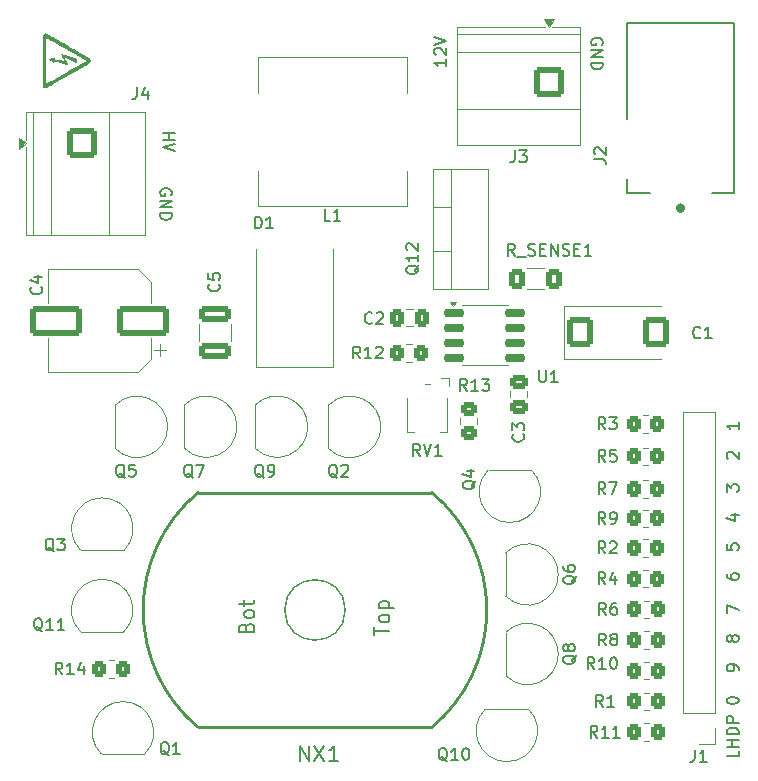
<source format=gbr>
%TF.GenerationSoftware,KiCad,Pcbnew,9.0.1*%
%TF.CreationDate,2025-06-28T16:11:33-04:00*%
%TF.ProjectId,nixie-hvdc,6e697869-652d-4687-9664-632e6b696361,rev?*%
%TF.SameCoordinates,Original*%
%TF.FileFunction,Legend,Top*%
%TF.FilePolarity,Positive*%
%FSLAX46Y46*%
G04 Gerber Fmt 4.6, Leading zero omitted, Abs format (unit mm)*
G04 Created by KiCad (PCBNEW 9.0.1) date 2025-06-28 16:11:33*
%MOMM*%
%LPD*%
G01*
G04 APERTURE LIST*
G04 Aperture macros list*
%AMRoundRect*
0 Rectangle with rounded corners*
0 $1 Rounding radius*
0 $2 $3 $4 $5 $6 $7 $8 $9 X,Y pos of 4 corners*
0 Add a 4 corners polygon primitive as box body*
4,1,4,$2,$3,$4,$5,$6,$7,$8,$9,$2,$3,0*
0 Add four circle primitives for the rounded corners*
1,1,$1+$1,$2,$3*
1,1,$1+$1,$4,$5*
1,1,$1+$1,$6,$7*
1,1,$1+$1,$8,$9*
0 Add four rect primitives between the rounded corners*
20,1,$1+$1,$2,$3,$4,$5,0*
20,1,$1+$1,$4,$5,$6,$7,0*
20,1,$1+$1,$6,$7,$8,$9,0*
20,1,$1+$1,$8,$9,$2,$3,0*%
%AMOutline4P*
0 Free polygon, 4 corners , with rotation*
0 The origin of the aperture is its center*
0 number of corners: always 4*
0 $1 to $8 corner X, Y*
0 $9 Rotation angle, in degrees counterclockwise*
0 create outline with 4 corners*
4,1,4,$1,$2,$3,$4,$5,$6,$7,$8,$1,$2,$9*%
G04 Aperture macros list end*
%ADD10C,0.180000*%
%ADD11C,0.150000*%
%ADD12C,0.200000*%
%ADD13C,0.120000*%
%ADD14C,0.400000*%
%ADD15C,0.127000*%
%ADD16C,0.254000*%
%ADD17C,0.000000*%
%ADD18R,1.200000X1.200000*%
%ADD19R,1.600000X1.500000*%
%ADD20C,1.300000*%
%ADD21R,1.300000X1.300000*%
%ADD22RoundRect,0.250000X0.350000X0.450000X-0.350000X0.450000X-0.350000X-0.450000X0.350000X-0.450000X0*%
%ADD23O,2.454000X4.704000*%
%ADD24O,4.704000X2.454000*%
%ADD25O,5.204000X2.704000*%
%ADD26RoundRect,0.150000X-0.725000X-0.150000X0.725000X-0.150000X0.725000X0.150000X-0.725000X0.150000X0*%
%ADD27C,2.397760*%
%ADD28C,4.998720*%
%ADD29R,2.900000X5.400000*%
%ADD30RoundRect,0.250001X-0.872499X-1.044999X0.872499X-1.044999X0.872499X1.044999X-0.872499X1.044999X0*%
%ADD31O,2.000000X1.905000*%
%ADD32R,2.000000X1.905000*%
%ADD33RoundRect,0.250000X1.100000X-0.412500X1.100000X0.412500X-1.100000X0.412500X-1.100000X-0.412500X0*%
%ADD34RoundRect,0.250000X-0.450000X0.350000X-0.450000X-0.350000X0.450000X-0.350000X0.450000X0.350000X0*%
%ADD35Outline4P,-2.150000X-1.800000X2.150000X-0.800000X2.150000X0.800000X-2.150000X1.800000X270.000000*%
%ADD36Outline4P,-2.150000X-1.800000X2.150000X-0.800000X2.150000X0.800000X-2.150000X1.800000X90.000000*%
%ADD37C,2.600000*%
%ADD38RoundRect,0.250000X-1.050000X1.050000X-1.050000X-1.050000X1.050000X-1.050000X1.050000X1.050000X0*%
%ADD39RoundRect,0.250000X-0.400000X-0.625000X0.400000X-0.625000X0.400000X0.625000X-0.400000X0.625000X0*%
%ADD40RoundRect,0.250000X1.950000X1.000000X-1.950000X1.000000X-1.950000X-1.000000X1.950000X-1.000000X0*%
%ADD41RoundRect,0.250000X-0.475000X0.337500X-0.475000X-0.337500X0.475000X-0.337500X0.475000X0.337500X0*%
%ADD42RoundRect,0.250000X0.337500X0.475000X-0.337500X0.475000X-0.337500X-0.475000X0.337500X-0.475000X0*%
%ADD43RoundRect,0.250000X-0.350000X-0.450000X0.350000X-0.450000X0.350000X0.450000X-0.350000X0.450000X0*%
%ADD44C,1.700000*%
%ADD45R,1.700000X1.700000*%
%ADD46RoundRect,0.250000X1.050000X1.050000X-1.050000X1.050000X-1.050000X-1.050000X1.050000X-1.050000X0*%
G04 APERTURE END LIST*
D10*
X181618259Y-124167293D02*
X181618259Y-124643483D01*
X181618259Y-124643483D02*
X180618259Y-124643483D01*
X181618259Y-123833959D02*
X180618259Y-123833959D01*
X181094449Y-123833959D02*
X181094449Y-123262531D01*
X181618259Y-123262531D02*
X180618259Y-123262531D01*
X181618259Y-122786340D02*
X180618259Y-122786340D01*
X180618259Y-122786340D02*
X180618259Y-122548245D01*
X180618259Y-122548245D02*
X180665878Y-122405388D01*
X180665878Y-122405388D02*
X180761116Y-122310150D01*
X180761116Y-122310150D02*
X180856354Y-122262531D01*
X180856354Y-122262531D02*
X181046830Y-122214912D01*
X181046830Y-122214912D02*
X181189687Y-122214912D01*
X181189687Y-122214912D02*
X181380163Y-122262531D01*
X181380163Y-122262531D02*
X181475401Y-122310150D01*
X181475401Y-122310150D02*
X181570640Y-122405388D01*
X181570640Y-122405388D02*
X181618259Y-122548245D01*
X181618259Y-122548245D02*
X181618259Y-122786340D01*
X181618259Y-121786340D02*
X180618259Y-121786340D01*
X180618259Y-121786340D02*
X180618259Y-121405388D01*
X180618259Y-121405388D02*
X180665878Y-121310150D01*
X180665878Y-121310150D02*
X180713497Y-121262531D01*
X180713497Y-121262531D02*
X180808735Y-121214912D01*
X180808735Y-121214912D02*
X180951592Y-121214912D01*
X180951592Y-121214912D02*
X181046830Y-121262531D01*
X181046830Y-121262531D02*
X181094449Y-121310150D01*
X181094449Y-121310150D02*
X181142068Y-121405388D01*
X181142068Y-121405388D02*
X181142068Y-121786340D01*
X180618259Y-119953007D02*
X180618259Y-119857769D01*
X180618259Y-119857769D02*
X180665878Y-119762531D01*
X180665878Y-119762531D02*
X180713497Y-119714912D01*
X180713497Y-119714912D02*
X180808735Y-119667293D01*
X180808735Y-119667293D02*
X180999211Y-119619674D01*
X180999211Y-119619674D02*
X181237306Y-119619674D01*
X181237306Y-119619674D02*
X181427782Y-119667293D01*
X181427782Y-119667293D02*
X181523020Y-119714912D01*
X181523020Y-119714912D02*
X181570640Y-119762531D01*
X181570640Y-119762531D02*
X181618259Y-119857769D01*
X181618259Y-119857769D02*
X181618259Y-119953007D01*
X181618259Y-119953007D02*
X181570640Y-120048245D01*
X181570640Y-120048245D02*
X181523020Y-120095864D01*
X181523020Y-120095864D02*
X181427782Y-120143483D01*
X181427782Y-120143483D02*
X181237306Y-120191102D01*
X181237306Y-120191102D02*
X180999211Y-120191102D01*
X180999211Y-120191102D02*
X180808735Y-120143483D01*
X180808735Y-120143483D02*
X180713497Y-120095864D01*
X180713497Y-120095864D02*
X180665878Y-120048245D01*
X180665878Y-120048245D02*
X180618259Y-119953007D01*
X181618259Y-117345864D02*
X181618259Y-117155388D01*
X181618259Y-117155388D02*
X181570640Y-117060150D01*
X181570640Y-117060150D02*
X181523020Y-117012531D01*
X181523020Y-117012531D02*
X181380163Y-116917293D01*
X181380163Y-116917293D02*
X181189687Y-116869674D01*
X181189687Y-116869674D02*
X180808735Y-116869674D01*
X180808735Y-116869674D02*
X180713497Y-116917293D01*
X180713497Y-116917293D02*
X180665878Y-116964912D01*
X180665878Y-116964912D02*
X180618259Y-117060150D01*
X180618259Y-117060150D02*
X180618259Y-117250626D01*
X180618259Y-117250626D02*
X180665878Y-117345864D01*
X180665878Y-117345864D02*
X180713497Y-117393483D01*
X180713497Y-117393483D02*
X180808735Y-117441102D01*
X180808735Y-117441102D02*
X181046830Y-117441102D01*
X181046830Y-117441102D02*
X181142068Y-117393483D01*
X181142068Y-117393483D02*
X181189687Y-117345864D01*
X181189687Y-117345864D02*
X181237306Y-117250626D01*
X181237306Y-117250626D02*
X181237306Y-117060150D01*
X181237306Y-117060150D02*
X181189687Y-116964912D01*
X181189687Y-116964912D02*
X181142068Y-116917293D01*
X181142068Y-116917293D02*
X181046830Y-116869674D01*
X181046830Y-114750626D02*
X180999211Y-114845864D01*
X180999211Y-114845864D02*
X180951592Y-114893483D01*
X180951592Y-114893483D02*
X180856354Y-114941102D01*
X180856354Y-114941102D02*
X180808735Y-114941102D01*
X180808735Y-114941102D02*
X180713497Y-114893483D01*
X180713497Y-114893483D02*
X180665878Y-114845864D01*
X180665878Y-114845864D02*
X180618259Y-114750626D01*
X180618259Y-114750626D02*
X180618259Y-114560150D01*
X180618259Y-114560150D02*
X180665878Y-114464912D01*
X180665878Y-114464912D02*
X180713497Y-114417293D01*
X180713497Y-114417293D02*
X180808735Y-114369674D01*
X180808735Y-114369674D02*
X180856354Y-114369674D01*
X180856354Y-114369674D02*
X180951592Y-114417293D01*
X180951592Y-114417293D02*
X180999211Y-114464912D01*
X180999211Y-114464912D02*
X181046830Y-114560150D01*
X181046830Y-114560150D02*
X181046830Y-114750626D01*
X181046830Y-114750626D02*
X181094449Y-114845864D01*
X181094449Y-114845864D02*
X181142068Y-114893483D01*
X181142068Y-114893483D02*
X181237306Y-114941102D01*
X181237306Y-114941102D02*
X181427782Y-114941102D01*
X181427782Y-114941102D02*
X181523020Y-114893483D01*
X181523020Y-114893483D02*
X181570640Y-114845864D01*
X181570640Y-114845864D02*
X181618259Y-114750626D01*
X181618259Y-114750626D02*
X181618259Y-114560150D01*
X181618259Y-114560150D02*
X181570640Y-114464912D01*
X181570640Y-114464912D02*
X181523020Y-114417293D01*
X181523020Y-114417293D02*
X181427782Y-114369674D01*
X181427782Y-114369674D02*
X181237306Y-114369674D01*
X181237306Y-114369674D02*
X181142068Y-114417293D01*
X181142068Y-114417293D02*
X181094449Y-114464912D01*
X181094449Y-114464912D02*
X181046830Y-114560150D01*
X180618259Y-112488721D02*
X180618259Y-111822055D01*
X180618259Y-111822055D02*
X181618259Y-112250626D01*
X180618259Y-109214912D02*
X180618259Y-109405388D01*
X180618259Y-109405388D02*
X180665878Y-109500626D01*
X180665878Y-109500626D02*
X180713497Y-109548245D01*
X180713497Y-109548245D02*
X180856354Y-109643483D01*
X180856354Y-109643483D02*
X181046830Y-109691102D01*
X181046830Y-109691102D02*
X181427782Y-109691102D01*
X181427782Y-109691102D02*
X181523020Y-109643483D01*
X181523020Y-109643483D02*
X181570640Y-109595864D01*
X181570640Y-109595864D02*
X181618259Y-109500626D01*
X181618259Y-109500626D02*
X181618259Y-109310150D01*
X181618259Y-109310150D02*
X181570640Y-109214912D01*
X181570640Y-109214912D02*
X181523020Y-109167293D01*
X181523020Y-109167293D02*
X181427782Y-109119674D01*
X181427782Y-109119674D02*
X181189687Y-109119674D01*
X181189687Y-109119674D02*
X181094449Y-109167293D01*
X181094449Y-109167293D02*
X181046830Y-109214912D01*
X181046830Y-109214912D02*
X180999211Y-109310150D01*
X180999211Y-109310150D02*
X180999211Y-109500626D01*
X180999211Y-109500626D02*
X181046830Y-109595864D01*
X181046830Y-109595864D02*
X181094449Y-109643483D01*
X181094449Y-109643483D02*
X181189687Y-109691102D01*
X180618259Y-106667293D02*
X180618259Y-107143483D01*
X180618259Y-107143483D02*
X181094449Y-107191102D01*
X181094449Y-107191102D02*
X181046830Y-107143483D01*
X181046830Y-107143483D02*
X180999211Y-107048245D01*
X180999211Y-107048245D02*
X180999211Y-106810150D01*
X180999211Y-106810150D02*
X181046830Y-106714912D01*
X181046830Y-106714912D02*
X181094449Y-106667293D01*
X181094449Y-106667293D02*
X181189687Y-106619674D01*
X181189687Y-106619674D02*
X181427782Y-106619674D01*
X181427782Y-106619674D02*
X181523020Y-106667293D01*
X181523020Y-106667293D02*
X181570640Y-106714912D01*
X181570640Y-106714912D02*
X181618259Y-106810150D01*
X181618259Y-106810150D02*
X181618259Y-107048245D01*
X181618259Y-107048245D02*
X181570640Y-107143483D01*
X181570640Y-107143483D02*
X181523020Y-107191102D01*
X180951592Y-104214912D02*
X181618259Y-104214912D01*
X180570640Y-104453007D02*
X181284925Y-104691102D01*
X181284925Y-104691102D02*
X181284925Y-104072055D01*
X180618259Y-102238721D02*
X180618259Y-101619674D01*
X180618259Y-101619674D02*
X180999211Y-101953007D01*
X180999211Y-101953007D02*
X180999211Y-101810150D01*
X180999211Y-101810150D02*
X181046830Y-101714912D01*
X181046830Y-101714912D02*
X181094449Y-101667293D01*
X181094449Y-101667293D02*
X181189687Y-101619674D01*
X181189687Y-101619674D02*
X181427782Y-101619674D01*
X181427782Y-101619674D02*
X181523020Y-101667293D01*
X181523020Y-101667293D02*
X181570640Y-101714912D01*
X181570640Y-101714912D02*
X181618259Y-101810150D01*
X181618259Y-101810150D02*
X181618259Y-102095864D01*
X181618259Y-102095864D02*
X181570640Y-102191102D01*
X181570640Y-102191102D02*
X181523020Y-102238721D01*
X180713497Y-99441102D02*
X180665878Y-99393483D01*
X180665878Y-99393483D02*
X180618259Y-99298245D01*
X180618259Y-99298245D02*
X180618259Y-99060150D01*
X180618259Y-99060150D02*
X180665878Y-98964912D01*
X180665878Y-98964912D02*
X180713497Y-98917293D01*
X180713497Y-98917293D02*
X180808735Y-98869674D01*
X180808735Y-98869674D02*
X180903973Y-98869674D01*
X180903973Y-98869674D02*
X181046830Y-98917293D01*
X181046830Y-98917293D02*
X181618259Y-99488721D01*
X181618259Y-99488721D02*
X181618259Y-98869674D01*
X181618259Y-96369674D02*
X181618259Y-96941102D01*
X181618259Y-96655388D02*
X180618259Y-96655388D01*
X180618259Y-96655388D02*
X180761116Y-96750626D01*
X180761116Y-96750626D02*
X180856354Y-96845864D01*
X180856354Y-96845864D02*
X180903973Y-96941102D01*
X133584121Y-77130325D02*
X133631740Y-77035087D01*
X133631740Y-77035087D02*
X133631740Y-76892230D01*
X133631740Y-76892230D02*
X133584121Y-76749373D01*
X133584121Y-76749373D02*
X133488883Y-76654135D01*
X133488883Y-76654135D02*
X133393645Y-76606516D01*
X133393645Y-76606516D02*
X133203169Y-76558897D01*
X133203169Y-76558897D02*
X133060312Y-76558897D01*
X133060312Y-76558897D02*
X132869836Y-76606516D01*
X132869836Y-76606516D02*
X132774598Y-76654135D01*
X132774598Y-76654135D02*
X132679360Y-76749373D01*
X132679360Y-76749373D02*
X132631740Y-76892230D01*
X132631740Y-76892230D02*
X132631740Y-76987468D01*
X132631740Y-76987468D02*
X132679360Y-77130325D01*
X132679360Y-77130325D02*
X132726979Y-77177944D01*
X132726979Y-77177944D02*
X133060312Y-77177944D01*
X133060312Y-77177944D02*
X133060312Y-76987468D01*
X132631740Y-77606516D02*
X133631740Y-77606516D01*
X133631740Y-77606516D02*
X132631740Y-78177944D01*
X132631740Y-78177944D02*
X133631740Y-78177944D01*
X132631740Y-78654135D02*
X133631740Y-78654135D01*
X133631740Y-78654135D02*
X133631740Y-78892230D01*
X133631740Y-78892230D02*
X133584121Y-79035087D01*
X133584121Y-79035087D02*
X133488883Y-79130325D01*
X133488883Y-79130325D02*
X133393645Y-79177944D01*
X133393645Y-79177944D02*
X133203169Y-79225563D01*
X133203169Y-79225563D02*
X133060312Y-79225563D01*
X133060312Y-79225563D02*
X132869836Y-79177944D01*
X132869836Y-79177944D02*
X132774598Y-79130325D01*
X132774598Y-79130325D02*
X132679360Y-79035087D01*
X132679360Y-79035087D02*
X132631740Y-78892230D01*
X132631740Y-78892230D02*
X132631740Y-78654135D01*
X132881740Y-71856516D02*
X133881740Y-71856516D01*
X133405550Y-71856516D02*
X133405550Y-72427944D01*
X132881740Y-72427944D02*
X133881740Y-72427944D01*
X133881740Y-72761278D02*
X132881740Y-73094611D01*
X132881740Y-73094611D02*
X133881740Y-73427944D01*
X170084121Y-64380325D02*
X170131740Y-64285087D01*
X170131740Y-64285087D02*
X170131740Y-64142230D01*
X170131740Y-64142230D02*
X170084121Y-63999373D01*
X170084121Y-63999373D02*
X169988883Y-63904135D01*
X169988883Y-63904135D02*
X169893645Y-63856516D01*
X169893645Y-63856516D02*
X169703169Y-63808897D01*
X169703169Y-63808897D02*
X169560312Y-63808897D01*
X169560312Y-63808897D02*
X169369836Y-63856516D01*
X169369836Y-63856516D02*
X169274598Y-63904135D01*
X169274598Y-63904135D02*
X169179360Y-63999373D01*
X169179360Y-63999373D02*
X169131740Y-64142230D01*
X169131740Y-64142230D02*
X169131740Y-64237468D01*
X169131740Y-64237468D02*
X169179360Y-64380325D01*
X169179360Y-64380325D02*
X169226979Y-64427944D01*
X169226979Y-64427944D02*
X169560312Y-64427944D01*
X169560312Y-64427944D02*
X169560312Y-64237468D01*
X169131740Y-64856516D02*
X170131740Y-64856516D01*
X170131740Y-64856516D02*
X169131740Y-65427944D01*
X169131740Y-65427944D02*
X170131740Y-65427944D01*
X169131740Y-65904135D02*
X170131740Y-65904135D01*
X170131740Y-65904135D02*
X170131740Y-66142230D01*
X170131740Y-66142230D02*
X170084121Y-66285087D01*
X170084121Y-66285087D02*
X169988883Y-66380325D01*
X169988883Y-66380325D02*
X169893645Y-66427944D01*
X169893645Y-66427944D02*
X169703169Y-66475563D01*
X169703169Y-66475563D02*
X169560312Y-66475563D01*
X169560312Y-66475563D02*
X169369836Y-66427944D01*
X169369836Y-66427944D02*
X169274598Y-66380325D01*
X169274598Y-66380325D02*
X169179360Y-66285087D01*
X169179360Y-66285087D02*
X169131740Y-66142230D01*
X169131740Y-66142230D02*
X169131740Y-65904135D01*
X156868259Y-65619674D02*
X156868259Y-66191102D01*
X156868259Y-65905388D02*
X155868259Y-65905388D01*
X155868259Y-65905388D02*
X156011116Y-66000626D01*
X156011116Y-66000626D02*
X156106354Y-66095864D01*
X156106354Y-66095864D02*
X156153973Y-66191102D01*
X155963497Y-65238721D02*
X155915878Y-65191102D01*
X155915878Y-65191102D02*
X155868259Y-65095864D01*
X155868259Y-65095864D02*
X155868259Y-64857769D01*
X155868259Y-64857769D02*
X155915878Y-64762531D01*
X155915878Y-64762531D02*
X155963497Y-64714912D01*
X155963497Y-64714912D02*
X156058735Y-64667293D01*
X156058735Y-64667293D02*
X156153973Y-64667293D01*
X156153973Y-64667293D02*
X156296830Y-64714912D01*
X156296830Y-64714912D02*
X156868259Y-65286340D01*
X156868259Y-65286340D02*
X156868259Y-64667293D01*
X155868259Y-64381578D02*
X156868259Y-64048245D01*
X156868259Y-64048245D02*
X155868259Y-63714912D01*
D11*
X154654761Y-99204819D02*
X154321428Y-98728628D01*
X154083333Y-99204819D02*
X154083333Y-98204819D01*
X154083333Y-98204819D02*
X154464285Y-98204819D01*
X154464285Y-98204819D02*
X154559523Y-98252438D01*
X154559523Y-98252438D02*
X154607142Y-98300057D01*
X154607142Y-98300057D02*
X154654761Y-98395295D01*
X154654761Y-98395295D02*
X154654761Y-98538152D01*
X154654761Y-98538152D02*
X154607142Y-98633390D01*
X154607142Y-98633390D02*
X154559523Y-98681009D01*
X154559523Y-98681009D02*
X154464285Y-98728628D01*
X154464285Y-98728628D02*
X154083333Y-98728628D01*
X154940476Y-98204819D02*
X155273809Y-99204819D01*
X155273809Y-99204819D02*
X155607142Y-98204819D01*
X156464285Y-99204819D02*
X155892857Y-99204819D01*
X156178571Y-99204819D02*
X156178571Y-98204819D01*
X156178571Y-98204819D02*
X156083333Y-98347676D01*
X156083333Y-98347676D02*
X155988095Y-98442914D01*
X155988095Y-98442914D02*
X155892857Y-98490533D01*
X141404761Y-101050057D02*
X141309523Y-101002438D01*
X141309523Y-101002438D02*
X141214285Y-100907200D01*
X141214285Y-100907200D02*
X141071428Y-100764342D01*
X141071428Y-100764342D02*
X140976190Y-100716723D01*
X140976190Y-100716723D02*
X140880952Y-100716723D01*
X140928571Y-100954819D02*
X140833333Y-100907200D01*
X140833333Y-100907200D02*
X140738095Y-100811961D01*
X140738095Y-100811961D02*
X140690476Y-100621485D01*
X140690476Y-100621485D02*
X140690476Y-100288152D01*
X140690476Y-100288152D02*
X140738095Y-100097676D01*
X140738095Y-100097676D02*
X140833333Y-100002438D01*
X140833333Y-100002438D02*
X140928571Y-99954819D01*
X140928571Y-99954819D02*
X141119047Y-99954819D01*
X141119047Y-99954819D02*
X141214285Y-100002438D01*
X141214285Y-100002438D02*
X141309523Y-100097676D01*
X141309523Y-100097676D02*
X141357142Y-100288152D01*
X141357142Y-100288152D02*
X141357142Y-100621485D01*
X141357142Y-100621485D02*
X141309523Y-100811961D01*
X141309523Y-100811961D02*
X141214285Y-100907200D01*
X141214285Y-100907200D02*
X141119047Y-100954819D01*
X141119047Y-100954819D02*
X140928571Y-100954819D01*
X141833333Y-100954819D02*
X142023809Y-100954819D01*
X142023809Y-100954819D02*
X142119047Y-100907200D01*
X142119047Y-100907200D02*
X142166666Y-100859580D01*
X142166666Y-100859580D02*
X142261904Y-100716723D01*
X142261904Y-100716723D02*
X142309523Y-100526247D01*
X142309523Y-100526247D02*
X142309523Y-100145295D01*
X142309523Y-100145295D02*
X142261904Y-100050057D01*
X142261904Y-100050057D02*
X142214285Y-100002438D01*
X142214285Y-100002438D02*
X142119047Y-99954819D01*
X142119047Y-99954819D02*
X141928571Y-99954819D01*
X141928571Y-99954819D02*
X141833333Y-100002438D01*
X141833333Y-100002438D02*
X141785714Y-100050057D01*
X141785714Y-100050057D02*
X141738095Y-100145295D01*
X141738095Y-100145295D02*
X141738095Y-100383390D01*
X141738095Y-100383390D02*
X141785714Y-100478628D01*
X141785714Y-100478628D02*
X141833333Y-100526247D01*
X141833333Y-100526247D02*
X141928571Y-100573866D01*
X141928571Y-100573866D02*
X142119047Y-100573866D01*
X142119047Y-100573866D02*
X142214285Y-100526247D01*
X142214285Y-100526247D02*
X142261904Y-100478628D01*
X142261904Y-100478628D02*
X142309523Y-100383390D01*
X169407142Y-117254819D02*
X169073809Y-116778628D01*
X168835714Y-117254819D02*
X168835714Y-116254819D01*
X168835714Y-116254819D02*
X169216666Y-116254819D01*
X169216666Y-116254819D02*
X169311904Y-116302438D01*
X169311904Y-116302438D02*
X169359523Y-116350057D01*
X169359523Y-116350057D02*
X169407142Y-116445295D01*
X169407142Y-116445295D02*
X169407142Y-116588152D01*
X169407142Y-116588152D02*
X169359523Y-116683390D01*
X169359523Y-116683390D02*
X169311904Y-116731009D01*
X169311904Y-116731009D02*
X169216666Y-116778628D01*
X169216666Y-116778628D02*
X168835714Y-116778628D01*
X170359523Y-117254819D02*
X169788095Y-117254819D01*
X170073809Y-117254819D02*
X170073809Y-116254819D01*
X170073809Y-116254819D02*
X169978571Y-116397676D01*
X169978571Y-116397676D02*
X169883333Y-116492914D01*
X169883333Y-116492914D02*
X169788095Y-116540533D01*
X170978571Y-116254819D02*
X171073809Y-116254819D01*
X171073809Y-116254819D02*
X171169047Y-116302438D01*
X171169047Y-116302438D02*
X171216666Y-116350057D01*
X171216666Y-116350057D02*
X171264285Y-116445295D01*
X171264285Y-116445295D02*
X171311904Y-116635771D01*
X171311904Y-116635771D02*
X171311904Y-116873866D01*
X171311904Y-116873866D02*
X171264285Y-117064342D01*
X171264285Y-117064342D02*
X171216666Y-117159580D01*
X171216666Y-117159580D02*
X171169047Y-117207200D01*
X171169047Y-117207200D02*
X171073809Y-117254819D01*
X171073809Y-117254819D02*
X170978571Y-117254819D01*
X170978571Y-117254819D02*
X170883333Y-117207200D01*
X170883333Y-117207200D02*
X170835714Y-117159580D01*
X170835714Y-117159580D02*
X170788095Y-117064342D01*
X170788095Y-117064342D02*
X170740476Y-116873866D01*
X170740476Y-116873866D02*
X170740476Y-116635771D01*
X170740476Y-116635771D02*
X170788095Y-116445295D01*
X170788095Y-116445295D02*
X170835714Y-116350057D01*
X170835714Y-116350057D02*
X170883333Y-116302438D01*
X170883333Y-116302438D02*
X170978571Y-116254819D01*
X147654761Y-101050057D02*
X147559523Y-101002438D01*
X147559523Y-101002438D02*
X147464285Y-100907200D01*
X147464285Y-100907200D02*
X147321428Y-100764342D01*
X147321428Y-100764342D02*
X147226190Y-100716723D01*
X147226190Y-100716723D02*
X147130952Y-100716723D01*
X147178571Y-100954819D02*
X147083333Y-100907200D01*
X147083333Y-100907200D02*
X146988095Y-100811961D01*
X146988095Y-100811961D02*
X146940476Y-100621485D01*
X146940476Y-100621485D02*
X146940476Y-100288152D01*
X146940476Y-100288152D02*
X146988095Y-100097676D01*
X146988095Y-100097676D02*
X147083333Y-100002438D01*
X147083333Y-100002438D02*
X147178571Y-99954819D01*
X147178571Y-99954819D02*
X147369047Y-99954819D01*
X147369047Y-99954819D02*
X147464285Y-100002438D01*
X147464285Y-100002438D02*
X147559523Y-100097676D01*
X147559523Y-100097676D02*
X147607142Y-100288152D01*
X147607142Y-100288152D02*
X147607142Y-100621485D01*
X147607142Y-100621485D02*
X147559523Y-100811961D01*
X147559523Y-100811961D02*
X147464285Y-100907200D01*
X147464285Y-100907200D02*
X147369047Y-100954819D01*
X147369047Y-100954819D02*
X147178571Y-100954819D01*
X147988095Y-100050057D02*
X148035714Y-100002438D01*
X148035714Y-100002438D02*
X148130952Y-99954819D01*
X148130952Y-99954819D02*
X148369047Y-99954819D01*
X148369047Y-99954819D02*
X148464285Y-100002438D01*
X148464285Y-100002438D02*
X148511904Y-100050057D01*
X148511904Y-100050057D02*
X148559523Y-100145295D01*
X148559523Y-100145295D02*
X148559523Y-100240533D01*
X148559523Y-100240533D02*
X148511904Y-100383390D01*
X148511904Y-100383390D02*
X147940476Y-100954819D01*
X147940476Y-100954819D02*
X148559523Y-100954819D01*
X169385290Y-74096993D02*
X170100020Y-74096993D01*
X170100020Y-74096993D02*
X170242966Y-74144642D01*
X170242966Y-74144642D02*
X170338264Y-74239939D01*
X170338264Y-74239939D02*
X170385912Y-74382885D01*
X170385912Y-74382885D02*
X170385912Y-74478183D01*
X169480588Y-73668155D02*
X169432939Y-73620506D01*
X169432939Y-73620506D02*
X169385290Y-73525209D01*
X169385290Y-73525209D02*
X169385290Y-73286966D01*
X169385290Y-73286966D02*
X169432939Y-73191668D01*
X169432939Y-73191668D02*
X169480588Y-73144020D01*
X169480588Y-73144020D02*
X169575885Y-73096371D01*
X169575885Y-73096371D02*
X169671182Y-73096371D01*
X169671182Y-73096371D02*
X169814128Y-73144020D01*
X169814128Y-73144020D02*
X170385912Y-73715804D01*
X170385912Y-73715804D02*
X170385912Y-73096371D01*
X170333333Y-96954819D02*
X170000000Y-96478628D01*
X169761905Y-96954819D02*
X169761905Y-95954819D01*
X169761905Y-95954819D02*
X170142857Y-95954819D01*
X170142857Y-95954819D02*
X170238095Y-96002438D01*
X170238095Y-96002438D02*
X170285714Y-96050057D01*
X170285714Y-96050057D02*
X170333333Y-96145295D01*
X170333333Y-96145295D02*
X170333333Y-96288152D01*
X170333333Y-96288152D02*
X170285714Y-96383390D01*
X170285714Y-96383390D02*
X170238095Y-96431009D01*
X170238095Y-96431009D02*
X170142857Y-96478628D01*
X170142857Y-96478628D02*
X169761905Y-96478628D01*
X170666667Y-95954819D02*
X171285714Y-95954819D01*
X171285714Y-95954819D02*
X170952381Y-96335771D01*
X170952381Y-96335771D02*
X171095238Y-96335771D01*
X171095238Y-96335771D02*
X171190476Y-96383390D01*
X171190476Y-96383390D02*
X171238095Y-96431009D01*
X171238095Y-96431009D02*
X171285714Y-96526247D01*
X171285714Y-96526247D02*
X171285714Y-96764342D01*
X171285714Y-96764342D02*
X171238095Y-96859580D01*
X171238095Y-96859580D02*
X171190476Y-96907200D01*
X171190476Y-96907200D02*
X171095238Y-96954819D01*
X171095238Y-96954819D02*
X170809524Y-96954819D01*
X170809524Y-96954819D02*
X170714286Y-96907200D01*
X170714286Y-96907200D02*
X170666667Y-96859580D01*
X164738095Y-91954819D02*
X164738095Y-92764342D01*
X164738095Y-92764342D02*
X164785714Y-92859580D01*
X164785714Y-92859580D02*
X164833333Y-92907200D01*
X164833333Y-92907200D02*
X164928571Y-92954819D01*
X164928571Y-92954819D02*
X165119047Y-92954819D01*
X165119047Y-92954819D02*
X165214285Y-92907200D01*
X165214285Y-92907200D02*
X165261904Y-92859580D01*
X165261904Y-92859580D02*
X165309523Y-92764342D01*
X165309523Y-92764342D02*
X165309523Y-91954819D01*
X166309523Y-92954819D02*
X165738095Y-92954819D01*
X166023809Y-92954819D02*
X166023809Y-91954819D01*
X166023809Y-91954819D02*
X165928571Y-92097676D01*
X165928571Y-92097676D02*
X165833333Y-92192914D01*
X165833333Y-92192914D02*
X165738095Y-92240533D01*
X169657142Y-123054819D02*
X169323809Y-122578628D01*
X169085714Y-123054819D02*
X169085714Y-122054819D01*
X169085714Y-122054819D02*
X169466666Y-122054819D01*
X169466666Y-122054819D02*
X169561904Y-122102438D01*
X169561904Y-122102438D02*
X169609523Y-122150057D01*
X169609523Y-122150057D02*
X169657142Y-122245295D01*
X169657142Y-122245295D02*
X169657142Y-122388152D01*
X169657142Y-122388152D02*
X169609523Y-122483390D01*
X169609523Y-122483390D02*
X169561904Y-122531009D01*
X169561904Y-122531009D02*
X169466666Y-122578628D01*
X169466666Y-122578628D02*
X169085714Y-122578628D01*
X170609523Y-123054819D02*
X170038095Y-123054819D01*
X170323809Y-123054819D02*
X170323809Y-122054819D01*
X170323809Y-122054819D02*
X170228571Y-122197676D01*
X170228571Y-122197676D02*
X170133333Y-122292914D01*
X170133333Y-122292914D02*
X170038095Y-122340533D01*
X171561904Y-123054819D02*
X170990476Y-123054819D01*
X171276190Y-123054819D02*
X171276190Y-122054819D01*
X171276190Y-122054819D02*
X171180952Y-122197676D01*
X171180952Y-122197676D02*
X171085714Y-122292914D01*
X171085714Y-122292914D02*
X170990476Y-122340533D01*
D12*
X144495118Y-125049606D02*
X144495118Y-123779606D01*
X144495118Y-123779606D02*
X145220833Y-125049606D01*
X145220833Y-125049606D02*
X145220833Y-123779606D01*
X145704642Y-123779606D02*
X146551309Y-125049606D01*
X146551309Y-123779606D02*
X145704642Y-125049606D01*
X147700357Y-125049606D02*
X146974642Y-125049606D01*
X147337499Y-125049606D02*
X147337499Y-123779606D01*
X147337499Y-123779606D02*
X147216547Y-123961034D01*
X147216547Y-123961034D02*
X147095595Y-124081987D01*
X147095595Y-124081987D02*
X146974642Y-124142463D01*
D10*
X150773166Y-114396904D02*
X150773166Y-113671190D01*
X152043166Y-114034047D02*
X150773166Y-114034047D01*
X152043166Y-113066428D02*
X151982690Y-113187380D01*
X151982690Y-113187380D02*
X151922213Y-113247857D01*
X151922213Y-113247857D02*
X151801261Y-113308333D01*
X151801261Y-113308333D02*
X151438404Y-113308333D01*
X151438404Y-113308333D02*
X151317451Y-113247857D01*
X151317451Y-113247857D02*
X151256975Y-113187380D01*
X151256975Y-113187380D02*
X151196499Y-113066428D01*
X151196499Y-113066428D02*
X151196499Y-112884999D01*
X151196499Y-112884999D02*
X151256975Y-112764047D01*
X151256975Y-112764047D02*
X151317451Y-112703571D01*
X151317451Y-112703571D02*
X151438404Y-112643095D01*
X151438404Y-112643095D02*
X151801261Y-112643095D01*
X151801261Y-112643095D02*
X151922213Y-112703571D01*
X151922213Y-112703571D02*
X151982690Y-112764047D01*
X151982690Y-112764047D02*
X152043166Y-112884999D01*
X152043166Y-112884999D02*
X152043166Y-113066428D01*
X151196499Y-112098809D02*
X152466499Y-112098809D01*
X151256975Y-112098809D02*
X151196499Y-111977856D01*
X151196499Y-111977856D02*
X151196499Y-111735951D01*
X151196499Y-111735951D02*
X151256975Y-111614999D01*
X151256975Y-111614999D02*
X151317451Y-111554523D01*
X151317451Y-111554523D02*
X151438404Y-111494047D01*
X151438404Y-111494047D02*
X151801261Y-111494047D01*
X151801261Y-111494047D02*
X151922213Y-111554523D01*
X151922213Y-111554523D02*
X151982690Y-111614999D01*
X151982690Y-111614999D02*
X152043166Y-111735951D01*
X152043166Y-111735951D02*
X152043166Y-111977856D01*
X152043166Y-111977856D02*
X151982690Y-112098809D01*
X139947928Y-113731666D02*
X140008404Y-113550238D01*
X140008404Y-113550238D02*
X140068880Y-113489761D01*
X140068880Y-113489761D02*
X140189832Y-113429285D01*
X140189832Y-113429285D02*
X140371261Y-113429285D01*
X140371261Y-113429285D02*
X140492213Y-113489761D01*
X140492213Y-113489761D02*
X140552690Y-113550238D01*
X140552690Y-113550238D02*
X140613166Y-113671190D01*
X140613166Y-113671190D02*
X140613166Y-114155000D01*
X140613166Y-114155000D02*
X139343166Y-114155000D01*
X139343166Y-114155000D02*
X139343166Y-113731666D01*
X139343166Y-113731666D02*
X139403642Y-113610714D01*
X139403642Y-113610714D02*
X139464118Y-113550238D01*
X139464118Y-113550238D02*
X139585070Y-113489761D01*
X139585070Y-113489761D02*
X139706023Y-113489761D01*
X139706023Y-113489761D02*
X139826975Y-113550238D01*
X139826975Y-113550238D02*
X139887451Y-113610714D01*
X139887451Y-113610714D02*
X139947928Y-113731666D01*
X139947928Y-113731666D02*
X139947928Y-114155000D01*
X140613166Y-112703571D02*
X140552690Y-112824523D01*
X140552690Y-112824523D02*
X140492213Y-112885000D01*
X140492213Y-112885000D02*
X140371261Y-112945476D01*
X140371261Y-112945476D02*
X140008404Y-112945476D01*
X140008404Y-112945476D02*
X139887451Y-112885000D01*
X139887451Y-112885000D02*
X139826975Y-112824523D01*
X139826975Y-112824523D02*
X139766499Y-112703571D01*
X139766499Y-112703571D02*
X139766499Y-112522142D01*
X139766499Y-112522142D02*
X139826975Y-112401190D01*
X139826975Y-112401190D02*
X139887451Y-112340714D01*
X139887451Y-112340714D02*
X140008404Y-112280238D01*
X140008404Y-112280238D02*
X140371261Y-112280238D01*
X140371261Y-112280238D02*
X140492213Y-112340714D01*
X140492213Y-112340714D02*
X140552690Y-112401190D01*
X140552690Y-112401190D02*
X140613166Y-112522142D01*
X140613166Y-112522142D02*
X140613166Y-112703571D01*
X139766499Y-111917380D02*
X139766499Y-111433571D01*
X139343166Y-111735952D02*
X140431737Y-111735952D01*
X140431737Y-111735952D02*
X140552690Y-111675475D01*
X140552690Y-111675475D02*
X140613166Y-111554523D01*
X140613166Y-111554523D02*
X140613166Y-111433571D01*
D11*
X135404761Y-101050057D02*
X135309523Y-101002438D01*
X135309523Y-101002438D02*
X135214285Y-100907200D01*
X135214285Y-100907200D02*
X135071428Y-100764342D01*
X135071428Y-100764342D02*
X134976190Y-100716723D01*
X134976190Y-100716723D02*
X134880952Y-100716723D01*
X134928571Y-100954819D02*
X134833333Y-100907200D01*
X134833333Y-100907200D02*
X134738095Y-100811961D01*
X134738095Y-100811961D02*
X134690476Y-100621485D01*
X134690476Y-100621485D02*
X134690476Y-100288152D01*
X134690476Y-100288152D02*
X134738095Y-100097676D01*
X134738095Y-100097676D02*
X134833333Y-100002438D01*
X134833333Y-100002438D02*
X134928571Y-99954819D01*
X134928571Y-99954819D02*
X135119047Y-99954819D01*
X135119047Y-99954819D02*
X135214285Y-100002438D01*
X135214285Y-100002438D02*
X135309523Y-100097676D01*
X135309523Y-100097676D02*
X135357142Y-100288152D01*
X135357142Y-100288152D02*
X135357142Y-100621485D01*
X135357142Y-100621485D02*
X135309523Y-100811961D01*
X135309523Y-100811961D02*
X135214285Y-100907200D01*
X135214285Y-100907200D02*
X135119047Y-100954819D01*
X135119047Y-100954819D02*
X134928571Y-100954819D01*
X135690476Y-99954819D02*
X136357142Y-99954819D01*
X136357142Y-99954819D02*
X135928571Y-100954819D01*
X123654761Y-107300057D02*
X123559523Y-107252438D01*
X123559523Y-107252438D02*
X123464285Y-107157200D01*
X123464285Y-107157200D02*
X123321428Y-107014342D01*
X123321428Y-107014342D02*
X123226190Y-106966723D01*
X123226190Y-106966723D02*
X123130952Y-106966723D01*
X123178571Y-107204819D02*
X123083333Y-107157200D01*
X123083333Y-107157200D02*
X122988095Y-107061961D01*
X122988095Y-107061961D02*
X122940476Y-106871485D01*
X122940476Y-106871485D02*
X122940476Y-106538152D01*
X122940476Y-106538152D02*
X122988095Y-106347676D01*
X122988095Y-106347676D02*
X123083333Y-106252438D01*
X123083333Y-106252438D02*
X123178571Y-106204819D01*
X123178571Y-106204819D02*
X123369047Y-106204819D01*
X123369047Y-106204819D02*
X123464285Y-106252438D01*
X123464285Y-106252438D02*
X123559523Y-106347676D01*
X123559523Y-106347676D02*
X123607142Y-106538152D01*
X123607142Y-106538152D02*
X123607142Y-106871485D01*
X123607142Y-106871485D02*
X123559523Y-107061961D01*
X123559523Y-107061961D02*
X123464285Y-107157200D01*
X123464285Y-107157200D02*
X123369047Y-107204819D01*
X123369047Y-107204819D02*
X123178571Y-107204819D01*
X123940476Y-106204819D02*
X124559523Y-106204819D01*
X124559523Y-106204819D02*
X124226190Y-106585771D01*
X124226190Y-106585771D02*
X124369047Y-106585771D01*
X124369047Y-106585771D02*
X124464285Y-106633390D01*
X124464285Y-106633390D02*
X124511904Y-106681009D01*
X124511904Y-106681009D02*
X124559523Y-106776247D01*
X124559523Y-106776247D02*
X124559523Y-107014342D01*
X124559523Y-107014342D02*
X124511904Y-107109580D01*
X124511904Y-107109580D02*
X124464285Y-107157200D01*
X124464285Y-107157200D02*
X124369047Y-107204819D01*
X124369047Y-107204819D02*
X124083333Y-107204819D01*
X124083333Y-107204819D02*
X123988095Y-107157200D01*
X123988095Y-107157200D02*
X123940476Y-107109580D01*
X133404761Y-124550057D02*
X133309523Y-124502438D01*
X133309523Y-124502438D02*
X133214285Y-124407200D01*
X133214285Y-124407200D02*
X133071428Y-124264342D01*
X133071428Y-124264342D02*
X132976190Y-124216723D01*
X132976190Y-124216723D02*
X132880952Y-124216723D01*
X132928571Y-124454819D02*
X132833333Y-124407200D01*
X132833333Y-124407200D02*
X132738095Y-124311961D01*
X132738095Y-124311961D02*
X132690476Y-124121485D01*
X132690476Y-124121485D02*
X132690476Y-123788152D01*
X132690476Y-123788152D02*
X132738095Y-123597676D01*
X132738095Y-123597676D02*
X132833333Y-123502438D01*
X132833333Y-123502438D02*
X132928571Y-123454819D01*
X132928571Y-123454819D02*
X133119047Y-123454819D01*
X133119047Y-123454819D02*
X133214285Y-123502438D01*
X133214285Y-123502438D02*
X133309523Y-123597676D01*
X133309523Y-123597676D02*
X133357142Y-123788152D01*
X133357142Y-123788152D02*
X133357142Y-124121485D01*
X133357142Y-124121485D02*
X133309523Y-124311961D01*
X133309523Y-124311961D02*
X133214285Y-124407200D01*
X133214285Y-124407200D02*
X133119047Y-124454819D01*
X133119047Y-124454819D02*
X132928571Y-124454819D01*
X134309523Y-124454819D02*
X133738095Y-124454819D01*
X134023809Y-124454819D02*
X134023809Y-123454819D01*
X134023809Y-123454819D02*
X133928571Y-123597676D01*
X133928571Y-123597676D02*
X133833333Y-123692914D01*
X133833333Y-123692914D02*
X133738095Y-123740533D01*
X147033334Y-79304819D02*
X146557144Y-79304819D01*
X146557144Y-79304819D02*
X146557144Y-78304819D01*
X147890477Y-79304819D02*
X147319049Y-79304819D01*
X147604763Y-79304819D02*
X147604763Y-78304819D01*
X147604763Y-78304819D02*
X147509525Y-78447676D01*
X147509525Y-78447676D02*
X147414287Y-78542914D01*
X147414287Y-78542914D02*
X147319049Y-78590533D01*
X170133333Y-120454819D02*
X169800000Y-119978628D01*
X169561905Y-120454819D02*
X169561905Y-119454819D01*
X169561905Y-119454819D02*
X169942857Y-119454819D01*
X169942857Y-119454819D02*
X170038095Y-119502438D01*
X170038095Y-119502438D02*
X170085714Y-119550057D01*
X170085714Y-119550057D02*
X170133333Y-119645295D01*
X170133333Y-119645295D02*
X170133333Y-119788152D01*
X170133333Y-119788152D02*
X170085714Y-119883390D01*
X170085714Y-119883390D02*
X170038095Y-119931009D01*
X170038095Y-119931009D02*
X169942857Y-119978628D01*
X169942857Y-119978628D02*
X169561905Y-119978628D01*
X171085714Y-120454819D02*
X170514286Y-120454819D01*
X170800000Y-120454819D02*
X170800000Y-119454819D01*
X170800000Y-119454819D02*
X170704762Y-119597676D01*
X170704762Y-119597676D02*
X170609524Y-119692914D01*
X170609524Y-119692914D02*
X170514286Y-119740533D01*
X170333333Y-104954819D02*
X170000000Y-104478628D01*
X169761905Y-104954819D02*
X169761905Y-103954819D01*
X169761905Y-103954819D02*
X170142857Y-103954819D01*
X170142857Y-103954819D02*
X170238095Y-104002438D01*
X170238095Y-104002438D02*
X170285714Y-104050057D01*
X170285714Y-104050057D02*
X170333333Y-104145295D01*
X170333333Y-104145295D02*
X170333333Y-104288152D01*
X170333333Y-104288152D02*
X170285714Y-104383390D01*
X170285714Y-104383390D02*
X170238095Y-104431009D01*
X170238095Y-104431009D02*
X170142857Y-104478628D01*
X170142857Y-104478628D02*
X169761905Y-104478628D01*
X170809524Y-104954819D02*
X171000000Y-104954819D01*
X171000000Y-104954819D02*
X171095238Y-104907200D01*
X171095238Y-104907200D02*
X171142857Y-104859580D01*
X171142857Y-104859580D02*
X171238095Y-104716723D01*
X171238095Y-104716723D02*
X171285714Y-104526247D01*
X171285714Y-104526247D02*
X171285714Y-104145295D01*
X171285714Y-104145295D02*
X171238095Y-104050057D01*
X171238095Y-104050057D02*
X171190476Y-104002438D01*
X171190476Y-104002438D02*
X171095238Y-103954819D01*
X171095238Y-103954819D02*
X170904762Y-103954819D01*
X170904762Y-103954819D02*
X170809524Y-104002438D01*
X170809524Y-104002438D02*
X170761905Y-104050057D01*
X170761905Y-104050057D02*
X170714286Y-104145295D01*
X170714286Y-104145295D02*
X170714286Y-104383390D01*
X170714286Y-104383390D02*
X170761905Y-104478628D01*
X170761905Y-104478628D02*
X170809524Y-104526247D01*
X170809524Y-104526247D02*
X170904762Y-104573866D01*
X170904762Y-104573866D02*
X171095238Y-104573866D01*
X171095238Y-104573866D02*
X171190476Y-104526247D01*
X171190476Y-104526247D02*
X171238095Y-104478628D01*
X171238095Y-104478628D02*
X171285714Y-104383390D01*
X178390833Y-89159580D02*
X178343214Y-89207200D01*
X178343214Y-89207200D02*
X178200357Y-89254819D01*
X178200357Y-89254819D02*
X178105119Y-89254819D01*
X178105119Y-89254819D02*
X177962262Y-89207200D01*
X177962262Y-89207200D02*
X177867024Y-89111961D01*
X177867024Y-89111961D02*
X177819405Y-89016723D01*
X177819405Y-89016723D02*
X177771786Y-88826247D01*
X177771786Y-88826247D02*
X177771786Y-88683390D01*
X177771786Y-88683390D02*
X177819405Y-88492914D01*
X177819405Y-88492914D02*
X177867024Y-88397676D01*
X177867024Y-88397676D02*
X177962262Y-88302438D01*
X177962262Y-88302438D02*
X178105119Y-88254819D01*
X178105119Y-88254819D02*
X178200357Y-88254819D01*
X178200357Y-88254819D02*
X178343214Y-88302438D01*
X178343214Y-88302438D02*
X178390833Y-88350057D01*
X179343214Y-89254819D02*
X178771786Y-89254819D01*
X179057500Y-89254819D02*
X179057500Y-88254819D01*
X179057500Y-88254819D02*
X178962262Y-88397676D01*
X178962262Y-88397676D02*
X178867024Y-88492914D01*
X178867024Y-88492914D02*
X178771786Y-88540533D01*
X154550057Y-83071428D02*
X154502438Y-83166666D01*
X154502438Y-83166666D02*
X154407200Y-83261904D01*
X154407200Y-83261904D02*
X154264342Y-83404761D01*
X154264342Y-83404761D02*
X154216723Y-83499999D01*
X154216723Y-83499999D02*
X154216723Y-83595237D01*
X154454819Y-83547618D02*
X154407200Y-83642856D01*
X154407200Y-83642856D02*
X154311961Y-83738094D01*
X154311961Y-83738094D02*
X154121485Y-83785713D01*
X154121485Y-83785713D02*
X153788152Y-83785713D01*
X153788152Y-83785713D02*
X153597676Y-83738094D01*
X153597676Y-83738094D02*
X153502438Y-83642856D01*
X153502438Y-83642856D02*
X153454819Y-83547618D01*
X153454819Y-83547618D02*
X153454819Y-83357142D01*
X153454819Y-83357142D02*
X153502438Y-83261904D01*
X153502438Y-83261904D02*
X153597676Y-83166666D01*
X153597676Y-83166666D02*
X153788152Y-83119047D01*
X153788152Y-83119047D02*
X154121485Y-83119047D01*
X154121485Y-83119047D02*
X154311961Y-83166666D01*
X154311961Y-83166666D02*
X154407200Y-83261904D01*
X154407200Y-83261904D02*
X154454819Y-83357142D01*
X154454819Y-83357142D02*
X154454819Y-83547618D01*
X154454819Y-82166666D02*
X154454819Y-82738094D01*
X154454819Y-82452380D02*
X153454819Y-82452380D01*
X153454819Y-82452380D02*
X153597676Y-82547618D01*
X153597676Y-82547618D02*
X153692914Y-82642856D01*
X153692914Y-82642856D02*
X153740533Y-82738094D01*
X153550057Y-81785713D02*
X153502438Y-81738094D01*
X153502438Y-81738094D02*
X153454819Y-81642856D01*
X153454819Y-81642856D02*
X153454819Y-81404761D01*
X153454819Y-81404761D02*
X153502438Y-81309523D01*
X153502438Y-81309523D02*
X153550057Y-81261904D01*
X153550057Y-81261904D02*
X153645295Y-81214285D01*
X153645295Y-81214285D02*
X153740533Y-81214285D01*
X153740533Y-81214285D02*
X153883390Y-81261904D01*
X153883390Y-81261904D02*
X154454819Y-81833332D01*
X154454819Y-81833332D02*
X154454819Y-81214285D01*
X170333333Y-110054819D02*
X170000000Y-109578628D01*
X169761905Y-110054819D02*
X169761905Y-109054819D01*
X169761905Y-109054819D02*
X170142857Y-109054819D01*
X170142857Y-109054819D02*
X170238095Y-109102438D01*
X170238095Y-109102438D02*
X170285714Y-109150057D01*
X170285714Y-109150057D02*
X170333333Y-109245295D01*
X170333333Y-109245295D02*
X170333333Y-109388152D01*
X170333333Y-109388152D02*
X170285714Y-109483390D01*
X170285714Y-109483390D02*
X170238095Y-109531009D01*
X170238095Y-109531009D02*
X170142857Y-109578628D01*
X170142857Y-109578628D02*
X169761905Y-109578628D01*
X171190476Y-109388152D02*
X171190476Y-110054819D01*
X170952381Y-109007200D02*
X170714286Y-109721485D01*
X170714286Y-109721485D02*
X171333333Y-109721485D01*
X137609580Y-84666666D02*
X137657200Y-84714285D01*
X137657200Y-84714285D02*
X137704819Y-84857142D01*
X137704819Y-84857142D02*
X137704819Y-84952380D01*
X137704819Y-84952380D02*
X137657200Y-85095237D01*
X137657200Y-85095237D02*
X137561961Y-85190475D01*
X137561961Y-85190475D02*
X137466723Y-85238094D01*
X137466723Y-85238094D02*
X137276247Y-85285713D01*
X137276247Y-85285713D02*
X137133390Y-85285713D01*
X137133390Y-85285713D02*
X136942914Y-85238094D01*
X136942914Y-85238094D02*
X136847676Y-85190475D01*
X136847676Y-85190475D02*
X136752438Y-85095237D01*
X136752438Y-85095237D02*
X136704819Y-84952380D01*
X136704819Y-84952380D02*
X136704819Y-84857142D01*
X136704819Y-84857142D02*
X136752438Y-84714285D01*
X136752438Y-84714285D02*
X136800057Y-84666666D01*
X136704819Y-83761904D02*
X136704819Y-84238094D01*
X136704819Y-84238094D02*
X137181009Y-84285713D01*
X137181009Y-84285713D02*
X137133390Y-84238094D01*
X137133390Y-84238094D02*
X137085771Y-84142856D01*
X137085771Y-84142856D02*
X137085771Y-83904761D01*
X137085771Y-83904761D02*
X137133390Y-83809523D01*
X137133390Y-83809523D02*
X137181009Y-83761904D01*
X137181009Y-83761904D02*
X137276247Y-83714285D01*
X137276247Y-83714285D02*
X137514342Y-83714285D01*
X137514342Y-83714285D02*
X137609580Y-83761904D01*
X137609580Y-83761904D02*
X137657200Y-83809523D01*
X137657200Y-83809523D02*
X137704819Y-83904761D01*
X137704819Y-83904761D02*
X137704819Y-84142856D01*
X137704819Y-84142856D02*
X137657200Y-84238094D01*
X137657200Y-84238094D02*
X137609580Y-84285713D01*
X167860058Y-116075238D02*
X167812439Y-116170476D01*
X167812439Y-116170476D02*
X167717201Y-116265714D01*
X167717201Y-116265714D02*
X167574343Y-116408571D01*
X167574343Y-116408571D02*
X167526724Y-116503809D01*
X167526724Y-116503809D02*
X167526724Y-116599047D01*
X167764820Y-116551428D02*
X167717201Y-116646666D01*
X167717201Y-116646666D02*
X167621962Y-116741904D01*
X167621962Y-116741904D02*
X167431486Y-116789523D01*
X167431486Y-116789523D02*
X167098153Y-116789523D01*
X167098153Y-116789523D02*
X166907677Y-116741904D01*
X166907677Y-116741904D02*
X166812439Y-116646666D01*
X166812439Y-116646666D02*
X166764820Y-116551428D01*
X166764820Y-116551428D02*
X166764820Y-116360952D01*
X166764820Y-116360952D02*
X166812439Y-116265714D01*
X166812439Y-116265714D02*
X166907677Y-116170476D01*
X166907677Y-116170476D02*
X167098153Y-116122857D01*
X167098153Y-116122857D02*
X167431486Y-116122857D01*
X167431486Y-116122857D02*
X167621962Y-116170476D01*
X167621962Y-116170476D02*
X167717201Y-116265714D01*
X167717201Y-116265714D02*
X167764820Y-116360952D01*
X167764820Y-116360952D02*
X167764820Y-116551428D01*
X167193391Y-115551428D02*
X167145772Y-115646666D01*
X167145772Y-115646666D02*
X167098153Y-115694285D01*
X167098153Y-115694285D02*
X167002915Y-115741904D01*
X167002915Y-115741904D02*
X166955296Y-115741904D01*
X166955296Y-115741904D02*
X166860058Y-115694285D01*
X166860058Y-115694285D02*
X166812439Y-115646666D01*
X166812439Y-115646666D02*
X166764820Y-115551428D01*
X166764820Y-115551428D02*
X166764820Y-115360952D01*
X166764820Y-115360952D02*
X166812439Y-115265714D01*
X166812439Y-115265714D02*
X166860058Y-115218095D01*
X166860058Y-115218095D02*
X166955296Y-115170476D01*
X166955296Y-115170476D02*
X167002915Y-115170476D01*
X167002915Y-115170476D02*
X167098153Y-115218095D01*
X167098153Y-115218095D02*
X167145772Y-115265714D01*
X167145772Y-115265714D02*
X167193391Y-115360952D01*
X167193391Y-115360952D02*
X167193391Y-115551428D01*
X167193391Y-115551428D02*
X167241010Y-115646666D01*
X167241010Y-115646666D02*
X167288629Y-115694285D01*
X167288629Y-115694285D02*
X167383867Y-115741904D01*
X167383867Y-115741904D02*
X167574343Y-115741904D01*
X167574343Y-115741904D02*
X167669581Y-115694285D01*
X167669581Y-115694285D02*
X167717201Y-115646666D01*
X167717201Y-115646666D02*
X167764820Y-115551428D01*
X167764820Y-115551428D02*
X167764820Y-115360952D01*
X167764820Y-115360952D02*
X167717201Y-115265714D01*
X167717201Y-115265714D02*
X167669581Y-115218095D01*
X167669581Y-115218095D02*
X167574343Y-115170476D01*
X167574343Y-115170476D02*
X167383867Y-115170476D01*
X167383867Y-115170476D02*
X167288629Y-115218095D01*
X167288629Y-115218095D02*
X167241010Y-115265714D01*
X167241010Y-115265714D02*
X167193391Y-115360952D01*
X158607142Y-93704819D02*
X158273809Y-93228628D01*
X158035714Y-93704819D02*
X158035714Y-92704819D01*
X158035714Y-92704819D02*
X158416666Y-92704819D01*
X158416666Y-92704819D02*
X158511904Y-92752438D01*
X158511904Y-92752438D02*
X158559523Y-92800057D01*
X158559523Y-92800057D02*
X158607142Y-92895295D01*
X158607142Y-92895295D02*
X158607142Y-93038152D01*
X158607142Y-93038152D02*
X158559523Y-93133390D01*
X158559523Y-93133390D02*
X158511904Y-93181009D01*
X158511904Y-93181009D02*
X158416666Y-93228628D01*
X158416666Y-93228628D02*
X158035714Y-93228628D01*
X159559523Y-93704819D02*
X158988095Y-93704819D01*
X159273809Y-93704819D02*
X159273809Y-92704819D01*
X159273809Y-92704819D02*
X159178571Y-92847676D01*
X159178571Y-92847676D02*
X159083333Y-92942914D01*
X159083333Y-92942914D02*
X158988095Y-92990533D01*
X159892857Y-92704819D02*
X160511904Y-92704819D01*
X160511904Y-92704819D02*
X160178571Y-93085771D01*
X160178571Y-93085771D02*
X160321428Y-93085771D01*
X160321428Y-93085771D02*
X160416666Y-93133390D01*
X160416666Y-93133390D02*
X160464285Y-93181009D01*
X160464285Y-93181009D02*
X160511904Y-93276247D01*
X160511904Y-93276247D02*
X160511904Y-93514342D01*
X160511904Y-93514342D02*
X160464285Y-93609580D01*
X160464285Y-93609580D02*
X160416666Y-93657200D01*
X160416666Y-93657200D02*
X160321428Y-93704819D01*
X160321428Y-93704819D02*
X160035714Y-93704819D01*
X160035714Y-93704819D02*
X159940476Y-93657200D01*
X159940476Y-93657200D02*
X159892857Y-93609580D01*
X140661905Y-79954819D02*
X140661905Y-78954819D01*
X140661905Y-78954819D02*
X140900000Y-78954819D01*
X140900000Y-78954819D02*
X141042857Y-79002438D01*
X141042857Y-79002438D02*
X141138095Y-79097676D01*
X141138095Y-79097676D02*
X141185714Y-79192914D01*
X141185714Y-79192914D02*
X141233333Y-79383390D01*
X141233333Y-79383390D02*
X141233333Y-79526247D01*
X141233333Y-79526247D02*
X141185714Y-79716723D01*
X141185714Y-79716723D02*
X141138095Y-79811961D01*
X141138095Y-79811961D02*
X141042857Y-79907200D01*
X141042857Y-79907200D02*
X140900000Y-79954819D01*
X140900000Y-79954819D02*
X140661905Y-79954819D01*
X142185714Y-79954819D02*
X141614286Y-79954819D01*
X141900000Y-79954819D02*
X141900000Y-78954819D01*
X141900000Y-78954819D02*
X141804762Y-79097676D01*
X141804762Y-79097676D02*
X141709524Y-79192914D01*
X141709524Y-79192914D02*
X141614286Y-79240533D01*
X130666666Y-67999819D02*
X130666666Y-68714104D01*
X130666666Y-68714104D02*
X130619047Y-68856961D01*
X130619047Y-68856961D02*
X130523809Y-68952200D01*
X130523809Y-68952200D02*
X130380952Y-68999819D01*
X130380952Y-68999819D02*
X130285714Y-68999819D01*
X131571428Y-68333152D02*
X131571428Y-68999819D01*
X131333333Y-67952200D02*
X131095238Y-68666485D01*
X131095238Y-68666485D02*
X131714285Y-68666485D01*
X162671428Y-82254818D02*
X162338095Y-81778627D01*
X162100000Y-82254818D02*
X162100000Y-81254818D01*
X162100000Y-81254818D02*
X162480952Y-81254818D01*
X162480952Y-81254818D02*
X162576190Y-81302437D01*
X162576190Y-81302437D02*
X162623809Y-81350056D01*
X162623809Y-81350056D02*
X162671428Y-81445294D01*
X162671428Y-81445294D02*
X162671428Y-81588151D01*
X162671428Y-81588151D02*
X162623809Y-81683389D01*
X162623809Y-81683389D02*
X162576190Y-81731008D01*
X162576190Y-81731008D02*
X162480952Y-81778627D01*
X162480952Y-81778627D02*
X162100000Y-81778627D01*
X162861905Y-82350056D02*
X163623809Y-82350056D01*
X163814286Y-82207199D02*
X163957143Y-82254818D01*
X163957143Y-82254818D02*
X164195238Y-82254818D01*
X164195238Y-82254818D02*
X164290476Y-82207199D01*
X164290476Y-82207199D02*
X164338095Y-82159579D01*
X164338095Y-82159579D02*
X164385714Y-82064341D01*
X164385714Y-82064341D02*
X164385714Y-81969103D01*
X164385714Y-81969103D02*
X164338095Y-81873865D01*
X164338095Y-81873865D02*
X164290476Y-81826246D01*
X164290476Y-81826246D02*
X164195238Y-81778627D01*
X164195238Y-81778627D02*
X164004762Y-81731008D01*
X164004762Y-81731008D02*
X163909524Y-81683389D01*
X163909524Y-81683389D02*
X163861905Y-81635770D01*
X163861905Y-81635770D02*
X163814286Y-81540532D01*
X163814286Y-81540532D02*
X163814286Y-81445294D01*
X163814286Y-81445294D02*
X163861905Y-81350056D01*
X163861905Y-81350056D02*
X163909524Y-81302437D01*
X163909524Y-81302437D02*
X164004762Y-81254818D01*
X164004762Y-81254818D02*
X164242857Y-81254818D01*
X164242857Y-81254818D02*
X164385714Y-81302437D01*
X164814286Y-81731008D02*
X165147619Y-81731008D01*
X165290476Y-82254818D02*
X164814286Y-82254818D01*
X164814286Y-82254818D02*
X164814286Y-81254818D01*
X164814286Y-81254818D02*
X165290476Y-81254818D01*
X165719048Y-82254818D02*
X165719048Y-81254818D01*
X165719048Y-81254818D02*
X166290476Y-82254818D01*
X166290476Y-82254818D02*
X166290476Y-81254818D01*
X166719048Y-82207199D02*
X166861905Y-82254818D01*
X166861905Y-82254818D02*
X167100000Y-82254818D01*
X167100000Y-82254818D02*
X167195238Y-82207199D01*
X167195238Y-82207199D02*
X167242857Y-82159579D01*
X167242857Y-82159579D02*
X167290476Y-82064341D01*
X167290476Y-82064341D02*
X167290476Y-81969103D01*
X167290476Y-81969103D02*
X167242857Y-81873865D01*
X167242857Y-81873865D02*
X167195238Y-81826246D01*
X167195238Y-81826246D02*
X167100000Y-81778627D01*
X167100000Y-81778627D02*
X166909524Y-81731008D01*
X166909524Y-81731008D02*
X166814286Y-81683389D01*
X166814286Y-81683389D02*
X166766667Y-81635770D01*
X166766667Y-81635770D02*
X166719048Y-81540532D01*
X166719048Y-81540532D02*
X166719048Y-81445294D01*
X166719048Y-81445294D02*
X166766667Y-81350056D01*
X166766667Y-81350056D02*
X166814286Y-81302437D01*
X166814286Y-81302437D02*
X166909524Y-81254818D01*
X166909524Y-81254818D02*
X167147619Y-81254818D01*
X167147619Y-81254818D02*
X167290476Y-81302437D01*
X167719048Y-81731008D02*
X168052381Y-81731008D01*
X168195238Y-82254818D02*
X167719048Y-82254818D01*
X167719048Y-82254818D02*
X167719048Y-81254818D01*
X167719048Y-81254818D02*
X168195238Y-81254818D01*
X169147619Y-82254818D02*
X168576191Y-82254818D01*
X168861905Y-82254818D02*
X168861905Y-81254818D01*
X168861905Y-81254818D02*
X168766667Y-81397675D01*
X168766667Y-81397675D02*
X168671429Y-81492913D01*
X168671429Y-81492913D02*
X168576191Y-81540532D01*
X167860058Y-109345238D02*
X167812439Y-109440476D01*
X167812439Y-109440476D02*
X167717201Y-109535714D01*
X167717201Y-109535714D02*
X167574343Y-109678571D01*
X167574343Y-109678571D02*
X167526724Y-109773809D01*
X167526724Y-109773809D02*
X167526724Y-109869047D01*
X167764820Y-109821428D02*
X167717201Y-109916666D01*
X167717201Y-109916666D02*
X167621962Y-110011904D01*
X167621962Y-110011904D02*
X167431486Y-110059523D01*
X167431486Y-110059523D02*
X167098153Y-110059523D01*
X167098153Y-110059523D02*
X166907677Y-110011904D01*
X166907677Y-110011904D02*
X166812439Y-109916666D01*
X166812439Y-109916666D02*
X166764820Y-109821428D01*
X166764820Y-109821428D02*
X166764820Y-109630952D01*
X166764820Y-109630952D02*
X166812439Y-109535714D01*
X166812439Y-109535714D02*
X166907677Y-109440476D01*
X166907677Y-109440476D02*
X167098153Y-109392857D01*
X167098153Y-109392857D02*
X167431486Y-109392857D01*
X167431486Y-109392857D02*
X167621962Y-109440476D01*
X167621962Y-109440476D02*
X167717201Y-109535714D01*
X167717201Y-109535714D02*
X167764820Y-109630952D01*
X167764820Y-109630952D02*
X167764820Y-109821428D01*
X166764820Y-108535714D02*
X166764820Y-108726190D01*
X166764820Y-108726190D02*
X166812439Y-108821428D01*
X166812439Y-108821428D02*
X166860058Y-108869047D01*
X166860058Y-108869047D02*
X167002915Y-108964285D01*
X167002915Y-108964285D02*
X167193391Y-109011904D01*
X167193391Y-109011904D02*
X167574343Y-109011904D01*
X167574343Y-109011904D02*
X167669581Y-108964285D01*
X167669581Y-108964285D02*
X167717201Y-108916666D01*
X167717201Y-108916666D02*
X167764820Y-108821428D01*
X167764820Y-108821428D02*
X167764820Y-108630952D01*
X167764820Y-108630952D02*
X167717201Y-108535714D01*
X167717201Y-108535714D02*
X167669581Y-108488095D01*
X167669581Y-108488095D02*
X167574343Y-108440476D01*
X167574343Y-108440476D02*
X167336248Y-108440476D01*
X167336248Y-108440476D02*
X167241010Y-108488095D01*
X167241010Y-108488095D02*
X167193391Y-108535714D01*
X167193391Y-108535714D02*
X167145772Y-108630952D01*
X167145772Y-108630952D02*
X167145772Y-108821428D01*
X167145772Y-108821428D02*
X167193391Y-108916666D01*
X167193391Y-108916666D02*
X167241010Y-108964285D01*
X167241010Y-108964285D02*
X167336248Y-109011904D01*
X122559580Y-84916666D02*
X122607200Y-84964285D01*
X122607200Y-84964285D02*
X122654819Y-85107142D01*
X122654819Y-85107142D02*
X122654819Y-85202380D01*
X122654819Y-85202380D02*
X122607200Y-85345237D01*
X122607200Y-85345237D02*
X122511961Y-85440475D01*
X122511961Y-85440475D02*
X122416723Y-85488094D01*
X122416723Y-85488094D02*
X122226247Y-85535713D01*
X122226247Y-85535713D02*
X122083390Y-85535713D01*
X122083390Y-85535713D02*
X121892914Y-85488094D01*
X121892914Y-85488094D02*
X121797676Y-85440475D01*
X121797676Y-85440475D02*
X121702438Y-85345237D01*
X121702438Y-85345237D02*
X121654819Y-85202380D01*
X121654819Y-85202380D02*
X121654819Y-85107142D01*
X121654819Y-85107142D02*
X121702438Y-84964285D01*
X121702438Y-84964285D02*
X121750057Y-84916666D01*
X121988152Y-84059523D02*
X122654819Y-84059523D01*
X121607200Y-84297618D02*
X122321485Y-84535713D01*
X122321485Y-84535713D02*
X122321485Y-83916666D01*
X129654761Y-101050057D02*
X129559523Y-101002438D01*
X129559523Y-101002438D02*
X129464285Y-100907200D01*
X129464285Y-100907200D02*
X129321428Y-100764342D01*
X129321428Y-100764342D02*
X129226190Y-100716723D01*
X129226190Y-100716723D02*
X129130952Y-100716723D01*
X129178571Y-100954819D02*
X129083333Y-100907200D01*
X129083333Y-100907200D02*
X128988095Y-100811961D01*
X128988095Y-100811961D02*
X128940476Y-100621485D01*
X128940476Y-100621485D02*
X128940476Y-100288152D01*
X128940476Y-100288152D02*
X128988095Y-100097676D01*
X128988095Y-100097676D02*
X129083333Y-100002438D01*
X129083333Y-100002438D02*
X129178571Y-99954819D01*
X129178571Y-99954819D02*
X129369047Y-99954819D01*
X129369047Y-99954819D02*
X129464285Y-100002438D01*
X129464285Y-100002438D02*
X129559523Y-100097676D01*
X129559523Y-100097676D02*
X129607142Y-100288152D01*
X129607142Y-100288152D02*
X129607142Y-100621485D01*
X129607142Y-100621485D02*
X129559523Y-100811961D01*
X129559523Y-100811961D02*
X129464285Y-100907200D01*
X129464285Y-100907200D02*
X129369047Y-100954819D01*
X129369047Y-100954819D02*
X129178571Y-100954819D01*
X130511904Y-99954819D02*
X130035714Y-99954819D01*
X130035714Y-99954819D02*
X129988095Y-100431009D01*
X129988095Y-100431009D02*
X130035714Y-100383390D01*
X130035714Y-100383390D02*
X130130952Y-100335771D01*
X130130952Y-100335771D02*
X130369047Y-100335771D01*
X130369047Y-100335771D02*
X130464285Y-100383390D01*
X130464285Y-100383390D02*
X130511904Y-100431009D01*
X130511904Y-100431009D02*
X130559523Y-100526247D01*
X130559523Y-100526247D02*
X130559523Y-100764342D01*
X130559523Y-100764342D02*
X130511904Y-100859580D01*
X130511904Y-100859580D02*
X130464285Y-100907200D01*
X130464285Y-100907200D02*
X130369047Y-100954819D01*
X130369047Y-100954819D02*
X130130952Y-100954819D01*
X130130952Y-100954819D02*
X130035714Y-100907200D01*
X130035714Y-100907200D02*
X129988095Y-100859580D01*
X163359580Y-97379167D02*
X163407200Y-97426786D01*
X163407200Y-97426786D02*
X163454819Y-97569643D01*
X163454819Y-97569643D02*
X163454819Y-97664881D01*
X163454819Y-97664881D02*
X163407200Y-97807738D01*
X163407200Y-97807738D02*
X163311961Y-97902976D01*
X163311961Y-97902976D02*
X163216723Y-97950595D01*
X163216723Y-97950595D02*
X163026247Y-97998214D01*
X163026247Y-97998214D02*
X162883390Y-97998214D01*
X162883390Y-97998214D02*
X162692914Y-97950595D01*
X162692914Y-97950595D02*
X162597676Y-97902976D01*
X162597676Y-97902976D02*
X162502438Y-97807738D01*
X162502438Y-97807738D02*
X162454819Y-97664881D01*
X162454819Y-97664881D02*
X162454819Y-97569643D01*
X162454819Y-97569643D02*
X162502438Y-97426786D01*
X162502438Y-97426786D02*
X162550057Y-97379167D01*
X162454819Y-97045833D02*
X162454819Y-96426786D01*
X162454819Y-96426786D02*
X162835771Y-96760119D01*
X162835771Y-96760119D02*
X162835771Y-96617262D01*
X162835771Y-96617262D02*
X162883390Y-96522024D01*
X162883390Y-96522024D02*
X162931009Y-96474405D01*
X162931009Y-96474405D02*
X163026247Y-96426786D01*
X163026247Y-96426786D02*
X163264342Y-96426786D01*
X163264342Y-96426786D02*
X163359580Y-96474405D01*
X163359580Y-96474405D02*
X163407200Y-96522024D01*
X163407200Y-96522024D02*
X163454819Y-96617262D01*
X163454819Y-96617262D02*
X163454819Y-96902976D01*
X163454819Y-96902976D02*
X163407200Y-96998214D01*
X163407200Y-96998214D02*
X163359580Y-97045833D01*
X150590833Y-87929580D02*
X150543214Y-87977200D01*
X150543214Y-87977200D02*
X150400357Y-88024819D01*
X150400357Y-88024819D02*
X150305119Y-88024819D01*
X150305119Y-88024819D02*
X150162262Y-87977200D01*
X150162262Y-87977200D02*
X150067024Y-87881961D01*
X150067024Y-87881961D02*
X150019405Y-87786723D01*
X150019405Y-87786723D02*
X149971786Y-87596247D01*
X149971786Y-87596247D02*
X149971786Y-87453390D01*
X149971786Y-87453390D02*
X150019405Y-87262914D01*
X150019405Y-87262914D02*
X150067024Y-87167676D01*
X150067024Y-87167676D02*
X150162262Y-87072438D01*
X150162262Y-87072438D02*
X150305119Y-87024819D01*
X150305119Y-87024819D02*
X150400357Y-87024819D01*
X150400357Y-87024819D02*
X150543214Y-87072438D01*
X150543214Y-87072438D02*
X150590833Y-87120057D01*
X150971786Y-87120057D02*
X151019405Y-87072438D01*
X151019405Y-87072438D02*
X151114643Y-87024819D01*
X151114643Y-87024819D02*
X151352738Y-87024819D01*
X151352738Y-87024819D02*
X151447976Y-87072438D01*
X151447976Y-87072438D02*
X151495595Y-87120057D01*
X151495595Y-87120057D02*
X151543214Y-87215295D01*
X151543214Y-87215295D02*
X151543214Y-87310533D01*
X151543214Y-87310533D02*
X151495595Y-87453390D01*
X151495595Y-87453390D02*
X150924167Y-88024819D01*
X150924167Y-88024819D02*
X151543214Y-88024819D01*
X170383333Y-115254819D02*
X170050000Y-114778628D01*
X169811905Y-115254819D02*
X169811905Y-114254819D01*
X169811905Y-114254819D02*
X170192857Y-114254819D01*
X170192857Y-114254819D02*
X170288095Y-114302438D01*
X170288095Y-114302438D02*
X170335714Y-114350057D01*
X170335714Y-114350057D02*
X170383333Y-114445295D01*
X170383333Y-114445295D02*
X170383333Y-114588152D01*
X170383333Y-114588152D02*
X170335714Y-114683390D01*
X170335714Y-114683390D02*
X170288095Y-114731009D01*
X170288095Y-114731009D02*
X170192857Y-114778628D01*
X170192857Y-114778628D02*
X169811905Y-114778628D01*
X170954762Y-114683390D02*
X170859524Y-114635771D01*
X170859524Y-114635771D02*
X170811905Y-114588152D01*
X170811905Y-114588152D02*
X170764286Y-114492914D01*
X170764286Y-114492914D02*
X170764286Y-114445295D01*
X170764286Y-114445295D02*
X170811905Y-114350057D01*
X170811905Y-114350057D02*
X170859524Y-114302438D01*
X170859524Y-114302438D02*
X170954762Y-114254819D01*
X170954762Y-114254819D02*
X171145238Y-114254819D01*
X171145238Y-114254819D02*
X171240476Y-114302438D01*
X171240476Y-114302438D02*
X171288095Y-114350057D01*
X171288095Y-114350057D02*
X171335714Y-114445295D01*
X171335714Y-114445295D02*
X171335714Y-114492914D01*
X171335714Y-114492914D02*
X171288095Y-114588152D01*
X171288095Y-114588152D02*
X171240476Y-114635771D01*
X171240476Y-114635771D02*
X171145238Y-114683390D01*
X171145238Y-114683390D02*
X170954762Y-114683390D01*
X170954762Y-114683390D02*
X170859524Y-114731009D01*
X170859524Y-114731009D02*
X170811905Y-114778628D01*
X170811905Y-114778628D02*
X170764286Y-114873866D01*
X170764286Y-114873866D02*
X170764286Y-115064342D01*
X170764286Y-115064342D02*
X170811905Y-115159580D01*
X170811905Y-115159580D02*
X170859524Y-115207200D01*
X170859524Y-115207200D02*
X170954762Y-115254819D01*
X170954762Y-115254819D02*
X171145238Y-115254819D01*
X171145238Y-115254819D02*
X171240476Y-115207200D01*
X171240476Y-115207200D02*
X171288095Y-115159580D01*
X171288095Y-115159580D02*
X171335714Y-115064342D01*
X171335714Y-115064342D02*
X171335714Y-114873866D01*
X171335714Y-114873866D02*
X171288095Y-114778628D01*
X171288095Y-114778628D02*
X171240476Y-114731009D01*
X171240476Y-114731009D02*
X171145238Y-114683390D01*
X122678571Y-114050057D02*
X122583333Y-114002438D01*
X122583333Y-114002438D02*
X122488095Y-113907200D01*
X122488095Y-113907200D02*
X122345238Y-113764342D01*
X122345238Y-113764342D02*
X122250000Y-113716723D01*
X122250000Y-113716723D02*
X122154762Y-113716723D01*
X122202381Y-113954819D02*
X122107143Y-113907200D01*
X122107143Y-113907200D02*
X122011905Y-113811961D01*
X122011905Y-113811961D02*
X121964286Y-113621485D01*
X121964286Y-113621485D02*
X121964286Y-113288152D01*
X121964286Y-113288152D02*
X122011905Y-113097676D01*
X122011905Y-113097676D02*
X122107143Y-113002438D01*
X122107143Y-113002438D02*
X122202381Y-112954819D01*
X122202381Y-112954819D02*
X122392857Y-112954819D01*
X122392857Y-112954819D02*
X122488095Y-113002438D01*
X122488095Y-113002438D02*
X122583333Y-113097676D01*
X122583333Y-113097676D02*
X122630952Y-113288152D01*
X122630952Y-113288152D02*
X122630952Y-113621485D01*
X122630952Y-113621485D02*
X122583333Y-113811961D01*
X122583333Y-113811961D02*
X122488095Y-113907200D01*
X122488095Y-113907200D02*
X122392857Y-113954819D01*
X122392857Y-113954819D02*
X122202381Y-113954819D01*
X123583333Y-113954819D02*
X123011905Y-113954819D01*
X123297619Y-113954819D02*
X123297619Y-112954819D01*
X123297619Y-112954819D02*
X123202381Y-113097676D01*
X123202381Y-113097676D02*
X123107143Y-113192914D01*
X123107143Y-113192914D02*
X123011905Y-113240533D01*
X124535714Y-113954819D02*
X123964286Y-113954819D01*
X124250000Y-113954819D02*
X124250000Y-112954819D01*
X124250000Y-112954819D02*
X124154762Y-113097676D01*
X124154762Y-113097676D02*
X124059524Y-113192914D01*
X124059524Y-113192914D02*
X123964286Y-113240533D01*
X170383333Y-112654819D02*
X170050000Y-112178628D01*
X169811905Y-112654819D02*
X169811905Y-111654819D01*
X169811905Y-111654819D02*
X170192857Y-111654819D01*
X170192857Y-111654819D02*
X170288095Y-111702438D01*
X170288095Y-111702438D02*
X170335714Y-111750057D01*
X170335714Y-111750057D02*
X170383333Y-111845295D01*
X170383333Y-111845295D02*
X170383333Y-111988152D01*
X170383333Y-111988152D02*
X170335714Y-112083390D01*
X170335714Y-112083390D02*
X170288095Y-112131009D01*
X170288095Y-112131009D02*
X170192857Y-112178628D01*
X170192857Y-112178628D02*
X169811905Y-112178628D01*
X171240476Y-111654819D02*
X171050000Y-111654819D01*
X171050000Y-111654819D02*
X170954762Y-111702438D01*
X170954762Y-111702438D02*
X170907143Y-111750057D01*
X170907143Y-111750057D02*
X170811905Y-111892914D01*
X170811905Y-111892914D02*
X170764286Y-112083390D01*
X170764286Y-112083390D02*
X170764286Y-112464342D01*
X170764286Y-112464342D02*
X170811905Y-112559580D01*
X170811905Y-112559580D02*
X170859524Y-112607200D01*
X170859524Y-112607200D02*
X170954762Y-112654819D01*
X170954762Y-112654819D02*
X171145238Y-112654819D01*
X171145238Y-112654819D02*
X171240476Y-112607200D01*
X171240476Y-112607200D02*
X171288095Y-112559580D01*
X171288095Y-112559580D02*
X171335714Y-112464342D01*
X171335714Y-112464342D02*
X171335714Y-112226247D01*
X171335714Y-112226247D02*
X171288095Y-112131009D01*
X171288095Y-112131009D02*
X171240476Y-112083390D01*
X171240476Y-112083390D02*
X171145238Y-112035771D01*
X171145238Y-112035771D02*
X170954762Y-112035771D01*
X170954762Y-112035771D02*
X170859524Y-112083390D01*
X170859524Y-112083390D02*
X170811905Y-112131009D01*
X170811905Y-112131009D02*
X170764286Y-112226247D01*
X149569642Y-90954819D02*
X149236309Y-90478628D01*
X148998214Y-90954819D02*
X148998214Y-89954819D01*
X148998214Y-89954819D02*
X149379166Y-89954819D01*
X149379166Y-89954819D02*
X149474404Y-90002438D01*
X149474404Y-90002438D02*
X149522023Y-90050057D01*
X149522023Y-90050057D02*
X149569642Y-90145295D01*
X149569642Y-90145295D02*
X149569642Y-90288152D01*
X149569642Y-90288152D02*
X149522023Y-90383390D01*
X149522023Y-90383390D02*
X149474404Y-90431009D01*
X149474404Y-90431009D02*
X149379166Y-90478628D01*
X149379166Y-90478628D02*
X148998214Y-90478628D01*
X150522023Y-90954819D02*
X149950595Y-90954819D01*
X150236309Y-90954819D02*
X150236309Y-89954819D01*
X150236309Y-89954819D02*
X150141071Y-90097676D01*
X150141071Y-90097676D02*
X150045833Y-90192914D01*
X150045833Y-90192914D02*
X149950595Y-90240533D01*
X150902976Y-90050057D02*
X150950595Y-90002438D01*
X150950595Y-90002438D02*
X151045833Y-89954819D01*
X151045833Y-89954819D02*
X151283928Y-89954819D01*
X151283928Y-89954819D02*
X151379166Y-90002438D01*
X151379166Y-90002438D02*
X151426785Y-90050057D01*
X151426785Y-90050057D02*
X151474404Y-90145295D01*
X151474404Y-90145295D02*
X151474404Y-90240533D01*
X151474404Y-90240533D02*
X151426785Y-90383390D01*
X151426785Y-90383390D02*
X150855357Y-90954819D01*
X150855357Y-90954819D02*
X151474404Y-90954819D01*
X170333333Y-107454819D02*
X170000000Y-106978628D01*
X169761905Y-107454819D02*
X169761905Y-106454819D01*
X169761905Y-106454819D02*
X170142857Y-106454819D01*
X170142857Y-106454819D02*
X170238095Y-106502438D01*
X170238095Y-106502438D02*
X170285714Y-106550057D01*
X170285714Y-106550057D02*
X170333333Y-106645295D01*
X170333333Y-106645295D02*
X170333333Y-106788152D01*
X170333333Y-106788152D02*
X170285714Y-106883390D01*
X170285714Y-106883390D02*
X170238095Y-106931009D01*
X170238095Y-106931009D02*
X170142857Y-106978628D01*
X170142857Y-106978628D02*
X169761905Y-106978628D01*
X170714286Y-106550057D02*
X170761905Y-106502438D01*
X170761905Y-106502438D02*
X170857143Y-106454819D01*
X170857143Y-106454819D02*
X171095238Y-106454819D01*
X171095238Y-106454819D02*
X171190476Y-106502438D01*
X171190476Y-106502438D02*
X171238095Y-106550057D01*
X171238095Y-106550057D02*
X171285714Y-106645295D01*
X171285714Y-106645295D02*
X171285714Y-106740533D01*
X171285714Y-106740533D02*
X171238095Y-106883390D01*
X171238095Y-106883390D02*
X170666667Y-107454819D01*
X170666667Y-107454819D02*
X171285714Y-107454819D01*
X177916666Y-124084819D02*
X177916666Y-124799104D01*
X177916666Y-124799104D02*
X177869047Y-124941961D01*
X177869047Y-124941961D02*
X177773809Y-125037200D01*
X177773809Y-125037200D02*
X177630952Y-125084819D01*
X177630952Y-125084819D02*
X177535714Y-125084819D01*
X178916666Y-125084819D02*
X178345238Y-125084819D01*
X178630952Y-125084819D02*
X178630952Y-124084819D01*
X178630952Y-124084819D02*
X178535714Y-124227676D01*
X178535714Y-124227676D02*
X178440476Y-124322914D01*
X178440476Y-124322914D02*
X178345238Y-124370533D01*
X156948572Y-125050057D02*
X156853334Y-125002438D01*
X156853334Y-125002438D02*
X156758096Y-124907200D01*
X156758096Y-124907200D02*
X156615239Y-124764342D01*
X156615239Y-124764342D02*
X156520001Y-124716723D01*
X156520001Y-124716723D02*
X156424763Y-124716723D01*
X156472382Y-124954819D02*
X156377144Y-124907200D01*
X156377144Y-124907200D02*
X156281906Y-124811961D01*
X156281906Y-124811961D02*
X156234287Y-124621485D01*
X156234287Y-124621485D02*
X156234287Y-124288152D01*
X156234287Y-124288152D02*
X156281906Y-124097676D01*
X156281906Y-124097676D02*
X156377144Y-124002438D01*
X156377144Y-124002438D02*
X156472382Y-123954819D01*
X156472382Y-123954819D02*
X156662858Y-123954819D01*
X156662858Y-123954819D02*
X156758096Y-124002438D01*
X156758096Y-124002438D02*
X156853334Y-124097676D01*
X156853334Y-124097676D02*
X156900953Y-124288152D01*
X156900953Y-124288152D02*
X156900953Y-124621485D01*
X156900953Y-124621485D02*
X156853334Y-124811961D01*
X156853334Y-124811961D02*
X156758096Y-124907200D01*
X156758096Y-124907200D02*
X156662858Y-124954819D01*
X156662858Y-124954819D02*
X156472382Y-124954819D01*
X157853334Y-124954819D02*
X157281906Y-124954819D01*
X157567620Y-124954819D02*
X157567620Y-123954819D01*
X157567620Y-123954819D02*
X157472382Y-124097676D01*
X157472382Y-124097676D02*
X157377144Y-124192914D01*
X157377144Y-124192914D02*
X157281906Y-124240533D01*
X158472382Y-123954819D02*
X158567620Y-123954819D01*
X158567620Y-123954819D02*
X158662858Y-124002438D01*
X158662858Y-124002438D02*
X158710477Y-124050057D01*
X158710477Y-124050057D02*
X158758096Y-124145295D01*
X158758096Y-124145295D02*
X158805715Y-124335771D01*
X158805715Y-124335771D02*
X158805715Y-124573866D01*
X158805715Y-124573866D02*
X158758096Y-124764342D01*
X158758096Y-124764342D02*
X158710477Y-124859580D01*
X158710477Y-124859580D02*
X158662858Y-124907200D01*
X158662858Y-124907200D02*
X158567620Y-124954819D01*
X158567620Y-124954819D02*
X158472382Y-124954819D01*
X158472382Y-124954819D02*
X158377144Y-124907200D01*
X158377144Y-124907200D02*
X158329525Y-124859580D01*
X158329525Y-124859580D02*
X158281906Y-124764342D01*
X158281906Y-124764342D02*
X158234287Y-124573866D01*
X158234287Y-124573866D02*
X158234287Y-124335771D01*
X158234287Y-124335771D02*
X158281906Y-124145295D01*
X158281906Y-124145295D02*
X158329525Y-124050057D01*
X158329525Y-124050057D02*
X158377144Y-124002438D01*
X158377144Y-124002438D02*
X158472382Y-123954819D01*
X159350057Y-101295238D02*
X159302438Y-101390476D01*
X159302438Y-101390476D02*
X159207200Y-101485714D01*
X159207200Y-101485714D02*
X159064342Y-101628571D01*
X159064342Y-101628571D02*
X159016723Y-101723809D01*
X159016723Y-101723809D02*
X159016723Y-101819047D01*
X159254819Y-101771428D02*
X159207200Y-101866666D01*
X159207200Y-101866666D02*
X159111961Y-101961904D01*
X159111961Y-101961904D02*
X158921485Y-102009523D01*
X158921485Y-102009523D02*
X158588152Y-102009523D01*
X158588152Y-102009523D02*
X158397676Y-101961904D01*
X158397676Y-101961904D02*
X158302438Y-101866666D01*
X158302438Y-101866666D02*
X158254819Y-101771428D01*
X158254819Y-101771428D02*
X158254819Y-101580952D01*
X158254819Y-101580952D02*
X158302438Y-101485714D01*
X158302438Y-101485714D02*
X158397676Y-101390476D01*
X158397676Y-101390476D02*
X158588152Y-101342857D01*
X158588152Y-101342857D02*
X158921485Y-101342857D01*
X158921485Y-101342857D02*
X159111961Y-101390476D01*
X159111961Y-101390476D02*
X159207200Y-101485714D01*
X159207200Y-101485714D02*
X159254819Y-101580952D01*
X159254819Y-101580952D02*
X159254819Y-101771428D01*
X158588152Y-100485714D02*
X159254819Y-100485714D01*
X158207200Y-100723809D02*
X158921485Y-100961904D01*
X158921485Y-100961904D02*
X158921485Y-100342857D01*
X170333333Y-99704819D02*
X170000000Y-99228628D01*
X169761905Y-99704819D02*
X169761905Y-98704819D01*
X169761905Y-98704819D02*
X170142857Y-98704819D01*
X170142857Y-98704819D02*
X170238095Y-98752438D01*
X170238095Y-98752438D02*
X170285714Y-98800057D01*
X170285714Y-98800057D02*
X170333333Y-98895295D01*
X170333333Y-98895295D02*
X170333333Y-99038152D01*
X170333333Y-99038152D02*
X170285714Y-99133390D01*
X170285714Y-99133390D02*
X170238095Y-99181009D01*
X170238095Y-99181009D02*
X170142857Y-99228628D01*
X170142857Y-99228628D02*
X169761905Y-99228628D01*
X171238095Y-98704819D02*
X170761905Y-98704819D01*
X170761905Y-98704819D02*
X170714286Y-99181009D01*
X170714286Y-99181009D02*
X170761905Y-99133390D01*
X170761905Y-99133390D02*
X170857143Y-99085771D01*
X170857143Y-99085771D02*
X171095238Y-99085771D01*
X171095238Y-99085771D02*
X171190476Y-99133390D01*
X171190476Y-99133390D02*
X171238095Y-99181009D01*
X171238095Y-99181009D02*
X171285714Y-99276247D01*
X171285714Y-99276247D02*
X171285714Y-99514342D01*
X171285714Y-99514342D02*
X171238095Y-99609580D01*
X171238095Y-99609580D02*
X171190476Y-99657200D01*
X171190476Y-99657200D02*
X171095238Y-99704819D01*
X171095238Y-99704819D02*
X170857143Y-99704819D01*
X170857143Y-99704819D02*
X170761905Y-99657200D01*
X170761905Y-99657200D02*
X170714286Y-99609580D01*
X162671667Y-73352319D02*
X162671667Y-74066604D01*
X162671667Y-74066604D02*
X162624048Y-74209461D01*
X162624048Y-74209461D02*
X162528810Y-74304700D01*
X162528810Y-74304700D02*
X162385953Y-74352319D01*
X162385953Y-74352319D02*
X162290715Y-74352319D01*
X163052620Y-73352319D02*
X163671667Y-73352319D01*
X163671667Y-73352319D02*
X163338334Y-73733271D01*
X163338334Y-73733271D02*
X163481191Y-73733271D01*
X163481191Y-73733271D02*
X163576429Y-73780890D01*
X163576429Y-73780890D02*
X163624048Y-73828509D01*
X163624048Y-73828509D02*
X163671667Y-73923747D01*
X163671667Y-73923747D02*
X163671667Y-74161842D01*
X163671667Y-74161842D02*
X163624048Y-74257080D01*
X163624048Y-74257080D02*
X163576429Y-74304700D01*
X163576429Y-74304700D02*
X163481191Y-74352319D01*
X163481191Y-74352319D02*
X163195477Y-74352319D01*
X163195477Y-74352319D02*
X163100239Y-74304700D01*
X163100239Y-74304700D02*
X163052620Y-74257080D01*
X170333333Y-102454819D02*
X170000000Y-101978628D01*
X169761905Y-102454819D02*
X169761905Y-101454819D01*
X169761905Y-101454819D02*
X170142857Y-101454819D01*
X170142857Y-101454819D02*
X170238095Y-101502438D01*
X170238095Y-101502438D02*
X170285714Y-101550057D01*
X170285714Y-101550057D02*
X170333333Y-101645295D01*
X170333333Y-101645295D02*
X170333333Y-101788152D01*
X170333333Y-101788152D02*
X170285714Y-101883390D01*
X170285714Y-101883390D02*
X170238095Y-101931009D01*
X170238095Y-101931009D02*
X170142857Y-101978628D01*
X170142857Y-101978628D02*
X169761905Y-101978628D01*
X170666667Y-101454819D02*
X171333333Y-101454819D01*
X171333333Y-101454819D02*
X170904762Y-102454819D01*
X124357142Y-117704819D02*
X124023809Y-117228628D01*
X123785714Y-117704819D02*
X123785714Y-116704819D01*
X123785714Y-116704819D02*
X124166666Y-116704819D01*
X124166666Y-116704819D02*
X124261904Y-116752438D01*
X124261904Y-116752438D02*
X124309523Y-116800057D01*
X124309523Y-116800057D02*
X124357142Y-116895295D01*
X124357142Y-116895295D02*
X124357142Y-117038152D01*
X124357142Y-117038152D02*
X124309523Y-117133390D01*
X124309523Y-117133390D02*
X124261904Y-117181009D01*
X124261904Y-117181009D02*
X124166666Y-117228628D01*
X124166666Y-117228628D02*
X123785714Y-117228628D01*
X125309523Y-117704819D02*
X124738095Y-117704819D01*
X125023809Y-117704819D02*
X125023809Y-116704819D01*
X125023809Y-116704819D02*
X124928571Y-116847676D01*
X124928571Y-116847676D02*
X124833333Y-116942914D01*
X124833333Y-116942914D02*
X124738095Y-116990533D01*
X126166666Y-117038152D02*
X126166666Y-117704819D01*
X125928571Y-116657200D02*
X125690476Y-117371485D01*
X125690476Y-117371485D02*
X126309523Y-117371485D01*
D13*
%TO.C,RV1*%
X156925000Y-97225000D02*
X156325000Y-97225000D01*
X156925000Y-94325000D02*
X156925000Y-97225000D01*
X155450000Y-93150000D02*
X155050000Y-93150000D01*
X153575000Y-97225000D02*
X154175000Y-97225000D01*
X153575000Y-94325000D02*
X153575000Y-97225000D01*
X157100000Y-92600000D02*
X156400000Y-92600000D01*
X157100000Y-93300000D02*
X157100000Y-92600000D01*
%TO.C,Q9*%
X145140001Y-96730000D02*
G75*
G02*
X140701523Y-98568478I-2600000J0D01*
G01*
X140701523Y-94891522D02*
G75*
G02*
X145140001Y-96730000I1838477J-1838479D01*
G01*
X140690001Y-94930000D02*
X140690001Y-98530000D01*
%TO.C,R10*%
X174027064Y-118135000D02*
X173572936Y-118135000D01*
X174027064Y-116665000D02*
X173572936Y-116665000D01*
%TO.C,Q2*%
X151330000Y-96750000D02*
G75*
G02*
X146891522Y-98588478I-2600000J0D01*
G01*
X146891522Y-94911522D02*
G75*
G02*
X151330000Y-96750000I1838477J-1838479D01*
G01*
X146880000Y-94950000D02*
X146880000Y-98550000D01*
D14*
%TO.C,J2*%
X176900001Y-78250001D02*
G75*
G02*
X176499999Y-78250001I-200001J0D01*
G01*
X176499999Y-78250001D02*
G75*
G02*
X176900001Y-78250001I200001J0D01*
G01*
D15*
X181200000Y-76950000D02*
X179350000Y-76950000D01*
X181200000Y-62550001D02*
X181200000Y-76950000D01*
X174150000Y-76950000D02*
X172200000Y-76950000D01*
X172200000Y-76950000D02*
X172200000Y-75799999D01*
X172200000Y-70700000D02*
X172200000Y-62550001D01*
X172200000Y-62550001D02*
X181200000Y-62550001D01*
D13*
%TO.C,R3*%
X173977064Y-97235000D02*
X173522936Y-97235000D01*
X173977064Y-95765000D02*
X173522936Y-95765000D01*
%TO.C,U1*%
X157425000Y-86520000D02*
X157185000Y-86190000D01*
X157665000Y-86190000D01*
X157425000Y-86520000D01*
G36*
X157425000Y-86520000D02*
G01*
X157185000Y-86190000D01*
X157665000Y-86190000D01*
X157425000Y-86520000D01*
G37*
X160125000Y-91545000D02*
X162075000Y-91545000D01*
X160125000Y-91545000D02*
X158175000Y-91545000D01*
X160125000Y-86425000D02*
X162075000Y-86425000D01*
X160125000Y-86425000D02*
X158175000Y-86425000D01*
%TO.C,R11*%
X174027064Y-123335000D02*
X173572936Y-123335000D01*
X174027064Y-121865000D02*
X173572936Y-121865000D01*
D15*
%TO.C,NX1*%
X148290000Y-112250000D02*
G75*
G02*
X143210000Y-112250000I-2540000J0D01*
G01*
X143210000Y-112250000D02*
G75*
G02*
X148290000Y-112250000I2540000J0D01*
G01*
D16*
X155671240Y-102328760D02*
G75*
G02*
X155669819Y-122172433I-8326120J-9921240D01*
G01*
X135828760Y-122171240D02*
G75*
G02*
X135830181Y-102327567I8326119J9921240D01*
G01*
X155671240Y-122171240D02*
X135828760Y-122171240D01*
X135828760Y-102328760D02*
X155671240Y-102328760D01*
D13*
%TO.C,Q7*%
X139140001Y-96730000D02*
G75*
G02*
X134701523Y-98568478I-2600000J0D01*
G01*
X134701523Y-94891522D02*
G75*
G02*
X139140001Y-96730000I1838477J-1838479D01*
G01*
X134690001Y-94930000D02*
X134690001Y-98530000D01*
%TO.C,Q3*%
X127750000Y-102760000D02*
G75*
G02*
X129588478Y-107198478I0J-2600000D01*
G01*
X125911522Y-107198478D02*
G75*
G02*
X127750000Y-102760000I1838479J1838477D01*
G01*
X125950000Y-107210000D02*
X129550000Y-107210000D01*
%TO.C,Q1*%
X129499999Y-120010000D02*
G75*
G02*
X131338477Y-124448478I0J-2600000D01*
G01*
X127661521Y-124448478D02*
G75*
G02*
X129499999Y-120010000I1838479J1838477D01*
G01*
X127699999Y-124460000D02*
X131299999Y-124460000D01*
%TO.C,L1*%
X153500001Y-78050000D02*
X140900001Y-78050000D01*
X153500001Y-75050000D02*
X153500001Y-78050000D01*
X153500001Y-65450000D02*
X153500001Y-68450000D01*
X140900001Y-78050000D02*
X140900001Y-75050000D01*
X140900001Y-68450000D02*
X140900001Y-65450000D01*
X140900001Y-65450000D02*
X153500001Y-65450000D01*
%TO.C,R1*%
X174027064Y-120735000D02*
X173572936Y-120735000D01*
X174027064Y-119265000D02*
X173572936Y-119265000D01*
%TO.C,R9*%
X173977064Y-105235000D02*
X173522936Y-105235000D01*
X173977064Y-103765000D02*
X173522936Y-103765000D01*
%TO.C,C1*%
X175057500Y-86490000D02*
X166817500Y-86490000D01*
X166817500Y-91010000D02*
X175057500Y-91010000D01*
X166817500Y-86490000D02*
X166817500Y-91010000D01*
%TO.C,Q12*%
X160371000Y-85120000D02*
X160370999Y-74880000D01*
X157240001Y-85120000D02*
X157240000Y-74880000D01*
X155730000Y-85120000D02*
X160371000Y-85120000D01*
X155730000Y-85120000D02*
X155730000Y-74880000D01*
X155730000Y-81850000D02*
X157240000Y-81850000D01*
X155730000Y-78149000D02*
X157240000Y-78149000D01*
X155730000Y-74880000D02*
X160370999Y-74880000D01*
%TO.C,R4*%
X173977064Y-110335000D02*
X173522936Y-110335000D01*
X173977064Y-108865000D02*
X173522936Y-108865000D01*
%TO.C,C5*%
X138610000Y-89461252D02*
X138610000Y-88038748D01*
X135890000Y-89461252D02*
X135890000Y-88038748D01*
%TO.C,Q8*%
X166350000Y-115980000D02*
G75*
G02*
X161911522Y-117818478I-2600000J0D01*
G01*
X161911522Y-114141522D02*
G75*
G02*
X166350000Y-115980000I1838477J-1838479D01*
G01*
X161900000Y-114180000D02*
X161900000Y-117780000D01*
%TO.C,R13*%
X159485000Y-96022936D02*
X159485000Y-96477064D01*
X158015000Y-96022936D02*
X158015000Y-96477064D01*
%TO.C,D1*%
X147250000Y-91660000D02*
X147250000Y-81650000D01*
X147250000Y-91660000D02*
X140750000Y-91660000D01*
X140750000Y-91660000D02*
X140750000Y-81650000D01*
%TO.C,J4*%
X121280000Y-72750000D02*
X120670000Y-73190000D01*
X120670000Y-72310000D01*
X121280000Y-72750000D01*
G36*
X121280000Y-72750000D02*
G01*
X120670000Y-73190000D01*
X120670000Y-72310000D01*
X121280000Y-72750000D01*
G37*
X131320001Y-80490000D02*
X121280000Y-80489999D01*
X131320000Y-70090000D02*
X131320001Y-80490000D01*
X131320000Y-70090000D02*
X121280000Y-70090000D01*
X128300001Y-70090000D02*
X128300000Y-80490000D01*
X123399999Y-70090000D02*
X123400000Y-80490000D01*
X121900000Y-70090000D02*
X121900000Y-80490000D01*
X121280000Y-73050000D02*
X121280000Y-80489999D01*
X121280000Y-70090000D02*
X121280000Y-72450000D01*
%TO.C,R_SENSE1*%
X163672936Y-85110000D02*
X165127064Y-85110000D01*
X163672936Y-83290000D02*
X165127064Y-83290000D01*
%TO.C,Q6*%
X166350000Y-109250000D02*
G75*
G02*
X161911522Y-111088478I-2600000J0D01*
G01*
X161911522Y-107411522D02*
G75*
G02*
X166350000Y-109250000I1838477J-1838479D01*
G01*
X161900000Y-107450000D02*
X161900000Y-111050000D01*
%TO.C,C4*%
X133100000Y-90260000D02*
X132100000Y-90260000D01*
X132600000Y-90760000D02*
X132600000Y-89760000D01*
X131860001Y-91045563D02*
X131860000Y-89260000D01*
X131860001Y-91045563D02*
X130795563Y-92110001D01*
X131860001Y-84454437D02*
X131860000Y-86240000D01*
X131860001Y-84454437D02*
X130795563Y-83389999D01*
X130795563Y-92110001D02*
X123140000Y-92110000D01*
X130795563Y-83389999D02*
X123140000Y-83390000D01*
X123140000Y-92110000D02*
X123140000Y-89260000D01*
X123140000Y-83390000D02*
X123140000Y-86240000D01*
%TO.C,Q5*%
X133280002Y-96749999D02*
G75*
G02*
X128841524Y-98588477I-2600000J0D01*
G01*
X128841524Y-94911521D02*
G75*
G02*
X133280002Y-96749999I1838477J-1838479D01*
G01*
X128830002Y-94949999D02*
X128830002Y-98549999D01*
%TO.C,C3*%
X163735000Y-93738747D02*
X163735000Y-94261253D01*
X162265000Y-93738747D02*
X162265000Y-94261253D01*
%TO.C,C2*%
X154011253Y-88235000D02*
X153488747Y-88235000D01*
X154011253Y-86765000D02*
X153488747Y-86765000D01*
%TO.C,R8*%
X174027064Y-115535000D02*
X173572936Y-115535000D01*
X174027064Y-114065000D02*
X173572936Y-114065000D01*
%TO.C,Q11*%
X127730000Y-109650000D02*
G75*
G02*
X129568478Y-114088478I0J-2600000D01*
G01*
X125891522Y-114088478D02*
G75*
G02*
X127730000Y-109650000I1838479J1838477D01*
G01*
X125930000Y-114100000D02*
X129530000Y-114100000D01*
%TO.C,R6*%
X174027064Y-112935000D02*
X173572936Y-112935000D01*
X174027064Y-111465000D02*
X173572936Y-111465000D01*
%TO.C,R12*%
X153485436Y-91235000D02*
X153939564Y-91235000D01*
X153485436Y-89765000D02*
X153939564Y-89765000D01*
%TO.C,R2*%
X173977064Y-107735000D02*
X173522936Y-107735000D01*
X173977064Y-106265000D02*
X173522936Y-106265000D01*
%TO.C,J1*%
X179630000Y-123630000D02*
X178250000Y-123629999D01*
X179630000Y-120980000D02*
X179630000Y-95470000D01*
X179630000Y-120980000D02*
X176870000Y-120980000D01*
X179630000Y-95470000D02*
X176870000Y-95470000D01*
X179629999Y-122250000D02*
X179630000Y-123630000D01*
X176870000Y-120980000D02*
X176870000Y-95470000D01*
%TO.C,Q10*%
X163838479Y-120661522D02*
G75*
G02*
X162000001Y-125100000I-1838479J-1838477D01*
G01*
X162000001Y-125100000D02*
G75*
G02*
X160161523Y-120661522I0J2600000D01*
G01*
X163800001Y-120650000D02*
X160200001Y-120650000D01*
%TO.C,Q4*%
X164088479Y-100411522D02*
G75*
G02*
X162250001Y-104850000I-1838479J-1838477D01*
G01*
X162250001Y-104850000D02*
G75*
G02*
X160411523Y-100411522I0J2600000D01*
G01*
X164050001Y-100400000D02*
X160450001Y-100400000D01*
%TO.C,R5*%
X173977064Y-99985000D02*
X173522936Y-99985000D01*
X173977064Y-98515000D02*
X173522936Y-98515000D01*
%TO.C,J3*%
X165545001Y-62857500D02*
X165105001Y-62247500D01*
X165985001Y-62247500D01*
X165545001Y-62857500D01*
G36*
X165545001Y-62857500D02*
G01*
X165105001Y-62247500D01*
X165985001Y-62247500D01*
X165545001Y-62857500D01*
G37*
X168205001Y-72897500D02*
X168205001Y-62857500D01*
X168205001Y-72897500D02*
X157805001Y-72897501D01*
X168205001Y-69877501D02*
X157805001Y-69877500D01*
X168205001Y-64977499D02*
X157805001Y-64977500D01*
X168205001Y-63477500D02*
X157805001Y-63477500D01*
X168205001Y-62857500D02*
X165845001Y-62857500D01*
X165245001Y-62857500D02*
X157805002Y-62857500D01*
X157805001Y-72897501D02*
X157805002Y-62857500D01*
%TO.C,R7*%
X173977064Y-102735000D02*
X173522936Y-102735000D01*
X173977064Y-101265000D02*
X173522936Y-101265000D01*
%TO.C,R14*%
X128727064Y-117985000D02*
X128272936Y-117985000D01*
X128727064Y-116515000D02*
X128272936Y-116515000D01*
D17*
%TO.C,G\u002A\u002A\u002A*%
G36*
X124239253Y-65167401D02*
G01*
X124268267Y-65175016D01*
X124314165Y-65187598D01*
X124375315Y-65204685D01*
X124450083Y-65225813D01*
X124536832Y-65250519D01*
X124633927Y-65278339D01*
X124739734Y-65308810D01*
X124852618Y-65341468D01*
X124929772Y-65363872D01*
X125626768Y-65566540D01*
X125629627Y-65764054D01*
X125630531Y-65832892D01*
X125630798Y-65883426D01*
X125630191Y-65918347D01*
X125628471Y-65940349D01*
X125625400Y-65952123D01*
X125620739Y-65956361D01*
X125614250Y-65955755D01*
X125612695Y-65955287D01*
X125599573Y-65949913D01*
X125569120Y-65936774D01*
X125523173Y-65916681D01*
X125463569Y-65890445D01*
X125392145Y-65858877D01*
X125310739Y-65822790D01*
X125221189Y-65782994D01*
X125125332Y-65740301D01*
X125075900Y-65718249D01*
X124978215Y-65674677D01*
X124886433Y-65633791D01*
X124802315Y-65596373D01*
X124727626Y-65563205D01*
X124664128Y-65535068D01*
X124613585Y-65512744D01*
X124577760Y-65497016D01*
X124558415Y-65488663D01*
X124555450Y-65487494D01*
X124559682Y-65496247D01*
X124573252Y-65521139D01*
X124595006Y-65560119D01*
X124623789Y-65611137D01*
X124658440Y-65672143D01*
X124697808Y-65741087D01*
X124736300Y-65808203D01*
X124778940Y-65882721D01*
X124817861Y-65951343D01*
X124851905Y-66011987D01*
X124879919Y-66062570D01*
X124900747Y-66101008D01*
X124913235Y-66125218D01*
X124916397Y-66133114D01*
X124905813Y-66131145D01*
X124876689Y-66124053D01*
X124830730Y-66112289D01*
X124769645Y-66096307D01*
X124695136Y-66076559D01*
X124608912Y-66053498D01*
X124512678Y-66027578D01*
X124408139Y-65999250D01*
X124297004Y-65968968D01*
X124262273Y-65959472D01*
X124149520Y-65928668D01*
X124042893Y-65899633D01*
X123944091Y-65872825D01*
X123854817Y-65848699D01*
X123776770Y-65827713D01*
X123711651Y-65810324D01*
X123661162Y-65796989D01*
X123627002Y-65788165D01*
X123610873Y-65784307D01*
X123609802Y-65784189D01*
X123613912Y-65793566D01*
X123627017Y-65816897D01*
X123646920Y-65850371D01*
X123664926Y-65879745D01*
X123687163Y-65916857D01*
X123702744Y-65945374D01*
X123710000Y-65962056D01*
X123708663Y-65964690D01*
X123692742Y-65954648D01*
X123662915Y-65935070D01*
X123621913Y-65907804D01*
X123572471Y-65874700D01*
X123517323Y-65837608D01*
X123459203Y-65798378D01*
X123400845Y-65758859D01*
X123344983Y-65720901D01*
X123294350Y-65686353D01*
X123251682Y-65657069D01*
X123219712Y-65634894D01*
X123201173Y-65621679D01*
X123197877Y-65619089D01*
X123196459Y-65613600D01*
X123205345Y-65607698D01*
X123226743Y-65600757D01*
X123262862Y-65592155D01*
X123315910Y-65581269D01*
X123365879Y-65571657D01*
X123436995Y-65558200D01*
X123512140Y-65543974D01*
X123584257Y-65530316D01*
X123646291Y-65518561D01*
X123671104Y-65513857D01*
X123718787Y-65505056D01*
X123757902Y-65498296D01*
X123784461Y-65494234D01*
X123794478Y-65493527D01*
X123794482Y-65493552D01*
X123786897Y-65501057D01*
X123766465Y-65518786D01*
X123736668Y-65543761D01*
X123714035Y-65562381D01*
X123681177Y-65590207D01*
X123656792Y-65612764D01*
X123643876Y-65627163D01*
X123643158Y-65630816D01*
X123655311Y-65632769D01*
X123686043Y-65637223D01*
X123733126Y-65643870D01*
X123794330Y-65652398D01*
X123867421Y-65662499D01*
X123950172Y-65673861D01*
X124040350Y-65686175D01*
X124083237Y-65692009D01*
X124176459Y-65704710D01*
X124263606Y-65716649D01*
X124342390Y-65727512D01*
X124410522Y-65736975D01*
X124465713Y-65744723D01*
X124505674Y-65750436D01*
X124528116Y-65753796D01*
X124531845Y-65754445D01*
X124537500Y-65755853D01*
X124541655Y-65756251D01*
X124543441Y-65753894D01*
X124541986Y-65747039D01*
X124536421Y-65733942D01*
X124525874Y-65712859D01*
X124509475Y-65682043D01*
X124486352Y-65639755D01*
X124455637Y-65584247D01*
X124416458Y-65513778D01*
X124370245Y-65430740D01*
X124333005Y-65363428D01*
X124299564Y-65302256D01*
X124271171Y-65249566D01*
X124249074Y-65207698D01*
X124234518Y-65178993D01*
X124228751Y-65165790D01*
X124228760Y-65165217D01*
X124239253Y-65167401D01*
G37*
G36*
X123017467Y-63459064D02*
G01*
X123026193Y-63461496D01*
X123033217Y-63464654D01*
X123048206Y-63472575D01*
X123080404Y-63490310D01*
X123128775Y-63517278D01*
X123192285Y-63552890D01*
X123269899Y-63596564D01*
X123360583Y-63647710D01*
X123463299Y-63705747D01*
X123577015Y-63770087D01*
X123700695Y-63840147D01*
X123833305Y-63915339D01*
X123973809Y-63995080D01*
X124121172Y-64078784D01*
X124274359Y-64165864D01*
X124432336Y-64255737D01*
X124487494Y-64287134D01*
X124720135Y-64419571D01*
X124935226Y-64542028D01*
X125133475Y-64654908D01*
X125315585Y-64758619D01*
X125482260Y-64853565D01*
X125634206Y-64940153D01*
X125772127Y-65018787D01*
X125896728Y-65089871D01*
X126008713Y-65153812D01*
X126108786Y-65211016D01*
X126197653Y-65261887D01*
X126276017Y-65306831D01*
X126344584Y-65346253D01*
X126404058Y-65380559D01*
X126455143Y-65410154D01*
X126498544Y-65435443D01*
X126534966Y-65456831D01*
X126565113Y-65474725D01*
X126589690Y-65489529D01*
X126609400Y-65501649D01*
X126624950Y-65511489D01*
X126637043Y-65519456D01*
X126646384Y-65525955D01*
X126653677Y-65531391D01*
X126659628Y-65536169D01*
X126662099Y-65538252D01*
X126715785Y-65595770D01*
X126749890Y-65658735D01*
X126764420Y-65725011D01*
X126759379Y-65792464D01*
X126734773Y-65858960D01*
X126690606Y-65922363D01*
X126661190Y-65952237D01*
X126644397Y-65964515D01*
X126610592Y-65986437D01*
X126560845Y-66017385D01*
X126496231Y-66056742D01*
X126417820Y-66103889D01*
X126326685Y-66158208D01*
X126223899Y-66219083D01*
X126110533Y-66285895D01*
X125987661Y-66358025D01*
X125856353Y-66434857D01*
X125717685Y-66515773D01*
X125572726Y-66600153D01*
X125422550Y-66687382D01*
X125268228Y-66776840D01*
X125110834Y-66867909D01*
X124951439Y-66959973D01*
X124791115Y-67052413D01*
X124630936Y-67144611D01*
X124471973Y-67235949D01*
X124315299Y-67325810D01*
X124161986Y-67413576D01*
X124013106Y-67498628D01*
X123869732Y-67580349D01*
X123732936Y-67658120D01*
X123603791Y-67731325D01*
X123483368Y-67799345D01*
X123372741Y-67861563D01*
X123272980Y-67917360D01*
X123185159Y-67966118D01*
X123110350Y-68007220D01*
X123049625Y-68040048D01*
X123004057Y-68063984D01*
X122974719Y-68078410D01*
X122963862Y-68082648D01*
X122897246Y-68087612D01*
X122837559Y-68073054D01*
X122782687Y-68038406D01*
X122775428Y-68032062D01*
X122767020Y-68025025D01*
X122759282Y-68019155D01*
X122752184Y-68013597D01*
X122745699Y-68007497D01*
X122739801Y-68000000D01*
X122734462Y-67990254D01*
X122729655Y-67977401D01*
X122725352Y-67960590D01*
X122721527Y-67938965D01*
X122718153Y-67911672D01*
X122715202Y-67877858D01*
X122712647Y-67836666D01*
X122710459Y-67787244D01*
X122708616Y-67728737D01*
X122707086Y-67660291D01*
X122705843Y-67581051D01*
X122704861Y-67490164D01*
X122704111Y-67386775D01*
X122703567Y-67270029D01*
X122703203Y-67139073D01*
X122702989Y-66993051D01*
X122702900Y-66831111D01*
X122702907Y-66652397D01*
X122702987Y-66456056D01*
X122703108Y-66241232D01*
X122703244Y-66007073D01*
X122703363Y-65766469D01*
X122703367Y-65759994D01*
X123017467Y-65759994D01*
X123017467Y-67711867D01*
X123230341Y-67589325D01*
X123441241Y-67467890D01*
X123651019Y-67347043D01*
X123858890Y-67227239D01*
X124064071Y-67108931D01*
X124265777Y-66992574D01*
X124463224Y-66878621D01*
X124655629Y-66767526D01*
X124842208Y-66659744D01*
X125022176Y-66555728D01*
X125194750Y-66455930D01*
X125359145Y-66360807D01*
X125514578Y-66270811D01*
X125660264Y-66186397D01*
X125795421Y-66108018D01*
X125919263Y-66036129D01*
X126031007Y-65971183D01*
X126129868Y-65913633D01*
X126215063Y-65863935D01*
X126285808Y-65822541D01*
X126341319Y-65789906D01*
X126380812Y-65766484D01*
X126403503Y-65752728D01*
X126409033Y-65748999D01*
X126406923Y-65746802D01*
X126400156Y-65742029D01*
X126388074Y-65734305D01*
X126370021Y-65723252D01*
X126345341Y-65708494D01*
X126313376Y-65689654D01*
X126273470Y-65666356D01*
X126224966Y-65638224D01*
X126167208Y-65604880D01*
X126099539Y-65565949D01*
X126021302Y-65521053D01*
X125931841Y-65469816D01*
X125830498Y-65411862D01*
X125716619Y-65346814D01*
X125589543Y-65274295D01*
X125448617Y-65193929D01*
X125293183Y-65105340D01*
X125122585Y-65008150D01*
X124936165Y-64901985D01*
X124733268Y-64786465D01*
X124513236Y-64661215D01*
X124345743Y-64565885D01*
X124197607Y-64481571D01*
X124053785Y-64399698D01*
X123915410Y-64320913D01*
X123783617Y-64245862D01*
X123659539Y-64175192D01*
X123544311Y-64109549D01*
X123439067Y-64049579D01*
X123344942Y-63995928D01*
X123263068Y-63949244D01*
X123194582Y-63910173D01*
X123140616Y-63879358D01*
X123102306Y-63857449D01*
X123080785Y-63845092D01*
X123077843Y-63843385D01*
X123017467Y-63808120D01*
X123017467Y-65759994D01*
X122703367Y-65759994D01*
X122703492Y-65556588D01*
X122703693Y-65352132D01*
X122703964Y-65154103D01*
X122704299Y-64963509D01*
X122704696Y-64781355D01*
X122705149Y-64608648D01*
X122705654Y-64446389D01*
X122706208Y-64295587D01*
X122706806Y-64157247D01*
X122707444Y-64032373D01*
X122708118Y-63921970D01*
X122708823Y-63827046D01*
X122709556Y-63748604D01*
X122710312Y-63687650D01*
X122711087Y-63645189D01*
X122711876Y-63622228D01*
X122712271Y-63618388D01*
X122741790Y-63551946D01*
X122784014Y-63499903D01*
X122836254Y-63463549D01*
X122895822Y-63444172D01*
X122960031Y-63443058D01*
X123017467Y-63459064D01*
G37*
%TD*%
%LPC*%
D18*
%TO.C,RV1*%
X154250000Y-93450000D03*
D19*
X155250000Y-96700000D03*
D18*
X156250000Y-93450000D03*
%TD*%
D20*
%TO.C,Q9*%
X142540001Y-98000000D03*
X143810001Y-96730000D03*
D21*
X142540001Y-95460000D03*
%TD*%
D22*
%TO.C,R10*%
X172800000Y-117400000D03*
X174800000Y-117400000D03*
%TD*%
D20*
%TO.C,Q2*%
X148730000Y-98020000D03*
X150000000Y-96750000D03*
D21*
X148730000Y-95480000D03*
%TD*%
D23*
%TO.C,J2*%
X172000000Y-73250000D03*
D24*
X176700000Y-70250000D03*
D25*
X176700000Y-76250000D03*
%TD*%
D22*
%TO.C,R3*%
X172750000Y-96500000D03*
X174750000Y-96500000D03*
%TD*%
D26*
%TO.C,U1*%
X162700000Y-87080000D03*
X162700000Y-88350000D03*
X162700000Y-89620000D03*
X162700000Y-90890000D03*
X157550000Y-90890000D03*
X157550000Y-89620000D03*
X157550000Y-88350000D03*
X157550000Y-87080000D03*
%TD*%
D22*
%TO.C,R11*%
X172800000Y-122600000D03*
X174800000Y-122600000D03*
%TD*%
D27*
%TO.C,NX1*%
X136750781Y-112250000D03*
X137751540Y-116247960D03*
X145750000Y-117998020D03*
X150248340Y-117998020D03*
X153748460Y-116247960D03*
X154749219Y-112250000D03*
X153748460Y-108252040D03*
X150248340Y-106501980D03*
X145750000Y-106501980D03*
X141251660Y-106501980D03*
X137751540Y-108252040D03*
X141251660Y-117998020D03*
D28*
X145750000Y-112250000D03*
%TD*%
D20*
%TO.C,Q7*%
X136540001Y-98000000D03*
X137810001Y-96730000D03*
D21*
X136540001Y-95460000D03*
%TD*%
D20*
%TO.C,Q3*%
X129020000Y-105360000D03*
X127750000Y-104090000D03*
D21*
X126480000Y-105360000D03*
%TD*%
D20*
%TO.C,Q1*%
X130769999Y-122610000D03*
X129499999Y-121340000D03*
D21*
X128229999Y-122610000D03*
%TD*%
D29*
%TO.C,L1*%
X142250000Y-71750000D03*
X152150002Y-71750000D03*
%TD*%
D22*
%TO.C,R1*%
X172800000Y-120000000D03*
X174800000Y-120000000D03*
%TD*%
%TO.C,R9*%
X172750000Y-104500000D03*
X174750000Y-104500000D03*
%TD*%
D30*
%TO.C,C1*%
X174615000Y-88750000D03*
X168200000Y-88750000D03*
%TD*%
D31*
%TO.C,Q12*%
X159000000Y-77460001D03*
X159000000Y-80000000D03*
D32*
X159000000Y-82540000D03*
%TD*%
D22*
%TO.C,R4*%
X172750000Y-109600000D03*
X174750000Y-109600000D03*
%TD*%
D33*
%TO.C,C5*%
X137250000Y-87187500D03*
X137250000Y-90312500D03*
%TD*%
D20*
%TO.C,Q8*%
X163750000Y-117250000D03*
X165020000Y-115980000D03*
D21*
X163750000Y-114710000D03*
%TD*%
D34*
%TO.C,R13*%
X158750000Y-97250000D03*
X158750000Y-95250000D03*
%TD*%
D35*
%TO.C,D1*%
X144000000Y-82850000D03*
D36*
X144000000Y-89250000D03*
%TD*%
D37*
%TO.C,J4*%
X126000000Y-77829999D03*
D38*
X126000000Y-72750000D03*
%TD*%
D39*
%TO.C,R_SENSE1*%
X165950001Y-84200000D03*
X162849999Y-84200000D03*
%TD*%
D20*
%TO.C,Q6*%
X163750000Y-110520000D03*
X165020000Y-109250000D03*
D21*
X163750000Y-107980000D03*
%TD*%
D40*
%TO.C,C4*%
X123800000Y-87750000D03*
X131200000Y-87750000D03*
%TD*%
D20*
%TO.C,Q5*%
X130680002Y-98019999D03*
X131950002Y-96749999D03*
D21*
X130680002Y-95479999D03*
%TD*%
D41*
%TO.C,C3*%
X163000000Y-95037500D03*
X163000000Y-92962500D03*
%TD*%
D42*
%TO.C,C2*%
X152712500Y-87500000D03*
X154787500Y-87500000D03*
%TD*%
D22*
%TO.C,R8*%
X172800000Y-114800000D03*
X174800000Y-114800000D03*
%TD*%
D20*
%TO.C,Q11*%
X129000000Y-112250000D03*
X127730000Y-110980000D03*
D21*
X126460000Y-112250000D03*
%TD*%
D22*
%TO.C,R6*%
X172800000Y-112200000D03*
X174800000Y-112200000D03*
%TD*%
D43*
%TO.C,R12*%
X154712500Y-90500000D03*
X152712500Y-90500000D03*
%TD*%
D22*
%TO.C,R2*%
X172750000Y-107000000D03*
X174750000Y-107000000D03*
%TD*%
D44*
%TO.C,J1*%
X178250000Y-96850000D03*
X178250000Y-99390000D03*
X178250000Y-101930000D03*
X178250000Y-104469999D03*
X178250000Y-107010000D03*
X178250000Y-109550000D03*
X178250000Y-112090000D03*
X178250000Y-114630000D03*
X178250000Y-117170001D03*
X178250000Y-119710000D03*
D45*
X178250000Y-122250000D03*
%TD*%
D20*
%TO.C,Q10*%
X160730001Y-122500000D03*
X162000001Y-123770000D03*
D21*
X163270001Y-122500000D03*
%TD*%
D20*
%TO.C,Q4*%
X160980001Y-102250000D03*
X162250001Y-103520000D03*
D21*
X163520001Y-102250000D03*
%TD*%
D22*
%TO.C,R5*%
X172750000Y-99250000D03*
X174750000Y-99250000D03*
%TD*%
D37*
%TO.C,J3*%
X160465002Y-67577500D03*
D46*
X165545001Y-67577500D03*
%TD*%
D22*
%TO.C,R7*%
X172750000Y-102000000D03*
X174750000Y-102000000D03*
%TD*%
%TO.C,R14*%
X127500000Y-117250000D03*
X129500000Y-117250000D03*
%TD*%
%LPD*%
M02*

</source>
